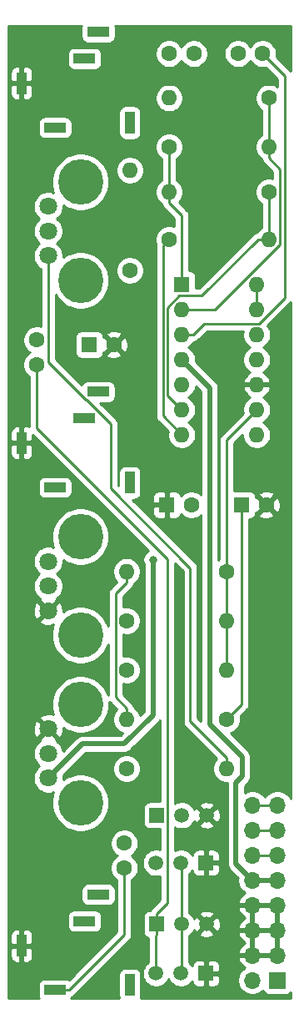
<source format=gbr>
G04 #@! TF.GenerationSoftware,KiCad,Pcbnew,(5.1.5)-3*
G04 #@! TF.CreationDate,2020-08-10T17:18:32-07:00*
G04 #@! TF.ProjectId,Notch_Filter_THT,4e6f7463-685f-4466-996c-7465725f5448,rev?*
G04 #@! TF.SameCoordinates,Original*
G04 #@! TF.FileFunction,Copper,L1,Top*
G04 #@! TF.FilePolarity,Positive*
%FSLAX46Y46*%
G04 Gerber Fmt 4.6, Leading zero omitted, Abs format (unit mm)*
G04 Created by KiCad (PCBNEW (5.1.5)-3) date 2020-08-10 17:18:32*
%MOMM*%
%LPD*%
G04 APERTURE LIST*
%ADD10O,1.600000X1.600000*%
%ADD11C,1.600000*%
%ADD12R,1.600000X1.600000*%
%ADD13R,1.000000X2.200000*%
%ADD14R,2.200000X1.000000*%
%ADD15O,1.700000X1.700000*%
%ADD16R,1.700000X1.700000*%
%ADD17C,1.520000*%
%ADD18R,1.520000X1.520000*%
%ADD19C,1.800000*%
%ADD20C,4.600000*%
%ADD21C,0.800000*%
%ADD22C,0.250000*%
%ADD23C,0.500000*%
%ADD24C,0.254000*%
G04 APERTURE END LIST*
D10*
X17000000Y-8000000D03*
D11*
X27160000Y-8000000D03*
D10*
X25908000Y-26924000D03*
X18288000Y-42164000D03*
X25908000Y-29464000D03*
X18288000Y-39624000D03*
X25908000Y-32004000D03*
X18288000Y-37084000D03*
X25908000Y-34544000D03*
X18288000Y-34544000D03*
X25908000Y-37084000D03*
X18288000Y-32004000D03*
X25908000Y-39624000D03*
X18288000Y-29464000D03*
X25908000Y-42164000D03*
D12*
X18288000Y-26924000D03*
D13*
X2000000Y-94000000D03*
D14*
X5400000Y-98500000D03*
D13*
X13000000Y-98000000D03*
D14*
X8400000Y-91500000D03*
X9800000Y-88800000D03*
D13*
X2000000Y-6500000D03*
D14*
X5400000Y-11000000D03*
D13*
X13000000Y-10500000D03*
D14*
X8400000Y-4000000D03*
X9800000Y-1300000D03*
D15*
X25460000Y-79720000D03*
X28000000Y-79720000D03*
X25460000Y-82260000D03*
X28000000Y-82260000D03*
X25460000Y-84800000D03*
X28000000Y-84800000D03*
X25460000Y-87340000D03*
X28000000Y-87340000D03*
X25460000Y-89880000D03*
X28000000Y-89880000D03*
X25460000Y-92420000D03*
X28000000Y-92420000D03*
X25460000Y-94960000D03*
X28000000Y-94960000D03*
X25460000Y-97500000D03*
D16*
X28000000Y-97500000D03*
D14*
X9800000Y-37800000D03*
X8400000Y-40500000D03*
D13*
X13000000Y-47000000D03*
D14*
X5400000Y-47500000D03*
D13*
X2000000Y-43000000D03*
D17*
X18284000Y-80772000D03*
X20824000Y-80772000D03*
D18*
X15744000Y-80772000D03*
X20744000Y-85598000D03*
D17*
X15664000Y-85598000D03*
X18204000Y-85598000D03*
X18284000Y-91810000D03*
X20824000Y-91810000D03*
D18*
X15744000Y-91810000D03*
X20744000Y-96810000D03*
D17*
X15664000Y-96810000D03*
X18204000Y-96810000D03*
D11*
X19500000Y-3500000D03*
X17000000Y-3500000D03*
X26500000Y-3500000D03*
X24000000Y-3500000D03*
X26884000Y-49276000D03*
D12*
X24384000Y-49276000D03*
D11*
X3556000Y-32552000D03*
X3556000Y-35052000D03*
D12*
X8890000Y-33020000D03*
D11*
X11390000Y-33020000D03*
X19264000Y-49276000D03*
D12*
X16764000Y-49276000D03*
D11*
X12446000Y-83606000D03*
X12446000Y-86106000D03*
D10*
X27160000Y-12954000D03*
D11*
X17000000Y-12954000D03*
D10*
X13000000Y-15340000D03*
D11*
X13000000Y-25500000D03*
X27160000Y-17526000D03*
D10*
X17000000Y-17526000D03*
X12682000Y-71030000D03*
D11*
X22842000Y-71030000D03*
X22842000Y-56030000D03*
D10*
X12682000Y-56030000D03*
D11*
X17000000Y-22352000D03*
D10*
X27160000Y-22352000D03*
D11*
X12682000Y-76030000D03*
D10*
X22842000Y-76030000D03*
X22842000Y-61030000D03*
D11*
X12682000Y-61030000D03*
X12682000Y-66030000D03*
D10*
X22842000Y-66030000D03*
D19*
X4700000Y-24000000D03*
X4700000Y-21500000D03*
X4700000Y-19000000D03*
D20*
X8000000Y-26500000D03*
X8000000Y-16500000D03*
X8000000Y-52500000D03*
X8000000Y-62500000D03*
D19*
X4700000Y-55000000D03*
X4700000Y-57500000D03*
X4700000Y-60000000D03*
D20*
X8000000Y-69500000D03*
X8000000Y-79500000D03*
D19*
X4700000Y-72000000D03*
X4700000Y-74500000D03*
X4700000Y-77000000D03*
D21*
X15356500Y-54827800D03*
D22*
X18288000Y-32004000D02*
X19413300Y-32004000D01*
X26500000Y-3500000D02*
X28752600Y-5752600D01*
X28752600Y-5752600D02*
X28752600Y-28246300D01*
X28752600Y-28246300D02*
X26120200Y-30878700D01*
X26120200Y-30878700D02*
X20538600Y-30878700D01*
X20538600Y-30878700D02*
X19413300Y-32004000D01*
X18284000Y-91810000D02*
X18284000Y-85678000D01*
X18284000Y-85678000D02*
X18204000Y-85598000D01*
X18204000Y-96810000D02*
X18284000Y-96730000D01*
X18284000Y-96730000D02*
X18284000Y-91810000D01*
X24384000Y-49276000D02*
X24384000Y-50401300D01*
X22842000Y-71030000D02*
X24384000Y-69488000D01*
X24384000Y-69488000D02*
X24384000Y-50401300D01*
X15744000Y-91810000D02*
X15744000Y-90724700D01*
X3556000Y-35052000D02*
X3556000Y-41480300D01*
X3556000Y-41480300D02*
X16829300Y-54753600D01*
X16829300Y-54753600D02*
X16829300Y-89639400D01*
X16829300Y-89639400D02*
X15744000Y-90724700D01*
X15744000Y-91810000D02*
X15744000Y-92895300D01*
X15664000Y-96810000D02*
X15664000Y-92975300D01*
X15664000Y-92975300D02*
X15744000Y-92895300D01*
D23*
X28000000Y-87340000D02*
X25460000Y-87340000D01*
X23793500Y-85673500D02*
X23793500Y-77453700D01*
X21131800Y-37387800D02*
X18288000Y-34544000D01*
X21131800Y-71541900D02*
X21131800Y-37387800D01*
X23793500Y-77453700D02*
X24414700Y-76832500D01*
X25460000Y-87340000D02*
X23793500Y-85673500D01*
X24414700Y-76832500D02*
X24414700Y-74824800D01*
X24414700Y-74824800D02*
X21131800Y-71541900D01*
X15356500Y-54827800D02*
X15356500Y-70606100D01*
X15356500Y-70606100D02*
X12432600Y-73530000D01*
X12432600Y-73530000D02*
X8170000Y-73530000D01*
X8170000Y-73530000D02*
X4700000Y-77000000D01*
D22*
X5400000Y-98500000D02*
X6825300Y-98500000D01*
X12446000Y-86106000D02*
X12446000Y-92879300D01*
X12446000Y-92879300D02*
X6825300Y-98500000D01*
X28000000Y-79720000D02*
X25460000Y-79720000D01*
X28000000Y-82260000D02*
X25460000Y-82260000D01*
X28000000Y-84800000D02*
X25460000Y-84800000D01*
X22842000Y-74904700D02*
X19155200Y-71217900D01*
X19155200Y-71217900D02*
X19155200Y-55677200D01*
X19155200Y-55677200D02*
X11040500Y-47562500D01*
X11040500Y-47562500D02*
X11040500Y-41071100D01*
X11040500Y-41071100D02*
X8594800Y-38625400D01*
X8594800Y-38625400D02*
X8512600Y-38625400D01*
X8512600Y-38625400D02*
X4700000Y-34812800D01*
X4700000Y-34812800D02*
X4700000Y-24000000D01*
X22842000Y-76030000D02*
X22842000Y-74904700D01*
X17000000Y-17526000D02*
X17000000Y-18651300D01*
X17000000Y-18651300D02*
X18288000Y-19939300D01*
X18288000Y-19939300D02*
X18288000Y-26924000D01*
X17000000Y-12954000D02*
X17000000Y-17526000D01*
X25908000Y-29464000D02*
X25908000Y-26924000D01*
X27160000Y-12954000D02*
X27160000Y-14079300D01*
X18288000Y-29464000D02*
X21644800Y-29464000D01*
X21644800Y-29464000D02*
X28285300Y-22823500D01*
X28285300Y-22823500D02*
X28285300Y-15204600D01*
X28285300Y-15204600D02*
X27160000Y-14079300D01*
X27160000Y-12954000D02*
X27160000Y-8000000D01*
X27160000Y-22352000D02*
X27160000Y-17526000D01*
X16828100Y-38164100D02*
X18288000Y-39624000D01*
X27160000Y-22352000D02*
X26034700Y-22352000D01*
X20337300Y-28049400D02*
X18045600Y-28049400D01*
X18045600Y-28049400D02*
X16828100Y-29266900D01*
X26034700Y-22352000D02*
X20337300Y-28049400D01*
X16828100Y-29266900D02*
X16828100Y-38164100D01*
X12682000Y-71030000D02*
X12682000Y-69904700D01*
X12682000Y-56030000D02*
X12682000Y-57155300D01*
X12682000Y-57155300D02*
X11556700Y-58280600D01*
X11556700Y-58280600D02*
X11556700Y-68779400D01*
X11556700Y-68779400D02*
X12682000Y-69904700D01*
X22842000Y-61030000D02*
X22842000Y-56030000D01*
X22842000Y-66030000D02*
X22842000Y-61030000D01*
X22842000Y-42690000D02*
X22842000Y-56030000D01*
X25908000Y-39624000D02*
X22842000Y-42690000D01*
X16377800Y-40253800D02*
X18288000Y-42164000D01*
X17000000Y-22352000D02*
X16377800Y-22974200D01*
X16377800Y-22974200D02*
X16377800Y-40253800D01*
D24*
G36*
X8074188Y-675518D02*
G01*
X8061928Y-800000D01*
X8061928Y-1800000D01*
X8074188Y-1924482D01*
X8110498Y-2044180D01*
X8169463Y-2154494D01*
X8248815Y-2251185D01*
X8345506Y-2330537D01*
X8455820Y-2389502D01*
X8575518Y-2425812D01*
X8700000Y-2438072D01*
X10900000Y-2438072D01*
X11024482Y-2425812D01*
X11144180Y-2389502D01*
X11254494Y-2330537D01*
X11351185Y-2251185D01*
X11430537Y-2154494D01*
X11489502Y-2044180D01*
X11525812Y-1924482D01*
X11538072Y-1800000D01*
X11538072Y-800000D01*
X11525812Y-675518D01*
X11521105Y-660000D01*
X29340000Y-660000D01*
X29340000Y-5270354D01*
X29316399Y-5241596D01*
X29316395Y-5241592D01*
X29292601Y-5212599D01*
X29263609Y-5188806D01*
X27898688Y-3823886D01*
X27935000Y-3641335D01*
X27935000Y-3358665D01*
X27879853Y-3081426D01*
X27771680Y-2820273D01*
X27614637Y-2585241D01*
X27414759Y-2385363D01*
X27179727Y-2228320D01*
X26918574Y-2120147D01*
X26641335Y-2065000D01*
X26358665Y-2065000D01*
X26081426Y-2120147D01*
X25820273Y-2228320D01*
X25585241Y-2385363D01*
X25385363Y-2585241D01*
X25250000Y-2787827D01*
X25114637Y-2585241D01*
X24914759Y-2385363D01*
X24679727Y-2228320D01*
X24418574Y-2120147D01*
X24141335Y-2065000D01*
X23858665Y-2065000D01*
X23581426Y-2120147D01*
X23320273Y-2228320D01*
X23085241Y-2385363D01*
X22885363Y-2585241D01*
X22728320Y-2820273D01*
X22620147Y-3081426D01*
X22565000Y-3358665D01*
X22565000Y-3641335D01*
X22620147Y-3918574D01*
X22728320Y-4179727D01*
X22885363Y-4414759D01*
X23085241Y-4614637D01*
X23320273Y-4771680D01*
X23581426Y-4879853D01*
X23858665Y-4935000D01*
X24141335Y-4935000D01*
X24418574Y-4879853D01*
X24679727Y-4771680D01*
X24914759Y-4614637D01*
X25114637Y-4414759D01*
X25250000Y-4212173D01*
X25385363Y-4414759D01*
X25585241Y-4614637D01*
X25820273Y-4771680D01*
X26081426Y-4879853D01*
X26358665Y-4935000D01*
X26641335Y-4935000D01*
X26823886Y-4898688D01*
X27992600Y-6067403D01*
X27992600Y-6830466D01*
X27839727Y-6728320D01*
X27578574Y-6620147D01*
X27301335Y-6565000D01*
X27018665Y-6565000D01*
X26741426Y-6620147D01*
X26480273Y-6728320D01*
X26245241Y-6885363D01*
X26045363Y-7085241D01*
X25888320Y-7320273D01*
X25780147Y-7581426D01*
X25725000Y-7858665D01*
X25725000Y-8141335D01*
X25780147Y-8418574D01*
X25888320Y-8679727D01*
X26045363Y-8914759D01*
X26245241Y-9114637D01*
X26400001Y-9218044D01*
X26400000Y-11735956D01*
X26245241Y-11839363D01*
X26045363Y-12039241D01*
X25888320Y-12274273D01*
X25780147Y-12535426D01*
X25725000Y-12812665D01*
X25725000Y-13095335D01*
X25780147Y-13372574D01*
X25888320Y-13633727D01*
X26045363Y-13868759D01*
X26245241Y-14068637D01*
X26405843Y-14175948D01*
X26410998Y-14228285D01*
X26454454Y-14371546D01*
X26525026Y-14503576D01*
X26596201Y-14590302D01*
X26620000Y-14619301D01*
X26648998Y-14643099D01*
X27525301Y-15519403D01*
X27525301Y-16135550D01*
X27301335Y-16091000D01*
X27018665Y-16091000D01*
X26741426Y-16146147D01*
X26480273Y-16254320D01*
X26245241Y-16411363D01*
X26045363Y-16611241D01*
X25888320Y-16846273D01*
X25780147Y-17107426D01*
X25725000Y-17384665D01*
X25725000Y-17667335D01*
X25780147Y-17944574D01*
X25888320Y-18205727D01*
X26045363Y-18440759D01*
X26245241Y-18640637D01*
X26400001Y-18744044D01*
X26400000Y-21133956D01*
X26245241Y-21237363D01*
X26045363Y-21437241D01*
X25938053Y-21597842D01*
X25885714Y-21602997D01*
X25742453Y-21646454D01*
X25610424Y-21717026D01*
X25494699Y-21811999D01*
X25470901Y-21840997D01*
X20022499Y-27289400D01*
X19726072Y-27289400D01*
X19726072Y-26124000D01*
X19713812Y-25999518D01*
X19677502Y-25879820D01*
X19618537Y-25769506D01*
X19539185Y-25672815D01*
X19442494Y-25593463D01*
X19332180Y-25534498D01*
X19212482Y-25498188D01*
X19088000Y-25485928D01*
X19048000Y-25485928D01*
X19048000Y-19976622D01*
X19051676Y-19939299D01*
X19048000Y-19901976D01*
X19048000Y-19901967D01*
X19037003Y-19790314D01*
X18993546Y-19647053D01*
X18922975Y-19515025D01*
X18922974Y-19515023D01*
X18851799Y-19428297D01*
X18828001Y-19399299D01*
X18799004Y-19375502D01*
X17989449Y-18565947D01*
X18114637Y-18440759D01*
X18271680Y-18205727D01*
X18379853Y-17944574D01*
X18435000Y-17667335D01*
X18435000Y-17384665D01*
X18379853Y-17107426D01*
X18271680Y-16846273D01*
X18114637Y-16611241D01*
X17914759Y-16411363D01*
X17760000Y-16307957D01*
X17760000Y-14172043D01*
X17914759Y-14068637D01*
X18114637Y-13868759D01*
X18271680Y-13633727D01*
X18379853Y-13372574D01*
X18435000Y-13095335D01*
X18435000Y-12812665D01*
X18379853Y-12535426D01*
X18271680Y-12274273D01*
X18114637Y-12039241D01*
X17914759Y-11839363D01*
X17679727Y-11682320D01*
X17418574Y-11574147D01*
X17141335Y-11519000D01*
X16858665Y-11519000D01*
X16581426Y-11574147D01*
X16320273Y-11682320D01*
X16085241Y-11839363D01*
X15885363Y-12039241D01*
X15728320Y-12274273D01*
X15620147Y-12535426D01*
X15565000Y-12812665D01*
X15565000Y-13095335D01*
X15620147Y-13372574D01*
X15728320Y-13633727D01*
X15885363Y-13868759D01*
X16085241Y-14068637D01*
X16240000Y-14172044D01*
X16240001Y-16307956D01*
X16085241Y-16411363D01*
X15885363Y-16611241D01*
X15728320Y-16846273D01*
X15620147Y-17107426D01*
X15565000Y-17384665D01*
X15565000Y-17667335D01*
X15620147Y-17944574D01*
X15728320Y-18205727D01*
X15885363Y-18440759D01*
X16085241Y-18640637D01*
X16245843Y-18747948D01*
X16250998Y-18800285D01*
X16294454Y-18943546D01*
X16365026Y-19075576D01*
X16427077Y-19151184D01*
X16460000Y-19191301D01*
X16488998Y-19215099D01*
X17528000Y-20254102D01*
X17528000Y-21017473D01*
X17418574Y-20972147D01*
X17141335Y-20917000D01*
X16858665Y-20917000D01*
X16581426Y-20972147D01*
X16320273Y-21080320D01*
X16085241Y-21237363D01*
X15885363Y-21437241D01*
X15728320Y-21672273D01*
X15620147Y-21933426D01*
X15565000Y-22210665D01*
X15565000Y-22493335D01*
X15620147Y-22770574D01*
X15634708Y-22805728D01*
X15628797Y-22825215D01*
X15617800Y-22936868D01*
X15617800Y-22936878D01*
X15614124Y-22974200D01*
X15617800Y-23011522D01*
X15617801Y-40216467D01*
X15614124Y-40253800D01*
X15617801Y-40291133D01*
X15625865Y-40373002D01*
X15628798Y-40402785D01*
X15672254Y-40546046D01*
X15742826Y-40678076D01*
X15784619Y-40729000D01*
X15837800Y-40793801D01*
X15866798Y-40817599D01*
X16889312Y-41840114D01*
X16853000Y-42022665D01*
X16853000Y-42305335D01*
X16908147Y-42582574D01*
X17016320Y-42843727D01*
X17173363Y-43078759D01*
X17373241Y-43278637D01*
X17608273Y-43435680D01*
X17869426Y-43543853D01*
X18146665Y-43599000D01*
X18429335Y-43599000D01*
X18706574Y-43543853D01*
X18967727Y-43435680D01*
X19202759Y-43278637D01*
X19402637Y-43078759D01*
X19559680Y-42843727D01*
X19667853Y-42582574D01*
X19723000Y-42305335D01*
X19723000Y-42022665D01*
X19667853Y-41745426D01*
X19559680Y-41484273D01*
X19402637Y-41249241D01*
X19202759Y-41049363D01*
X18970241Y-40894000D01*
X19202759Y-40738637D01*
X19402637Y-40538759D01*
X19559680Y-40303727D01*
X19667853Y-40042574D01*
X19723000Y-39765335D01*
X19723000Y-39482665D01*
X19667853Y-39205426D01*
X19559680Y-38944273D01*
X19402637Y-38709241D01*
X19202759Y-38509363D01*
X18970241Y-38354000D01*
X19202759Y-38198637D01*
X19402637Y-37998759D01*
X19559680Y-37763727D01*
X19667853Y-37502574D01*
X19722130Y-37229709D01*
X20246801Y-37754380D01*
X20246801Y-48229405D01*
X20178759Y-48161363D01*
X19943727Y-48004320D01*
X19682574Y-47896147D01*
X19405335Y-47841000D01*
X19122665Y-47841000D01*
X18845426Y-47896147D01*
X18584273Y-48004320D01*
X18349241Y-48161363D01*
X18182661Y-48327943D01*
X18153502Y-48231820D01*
X18094537Y-48121506D01*
X18015185Y-48024815D01*
X17918494Y-47945463D01*
X17808180Y-47886498D01*
X17688482Y-47850188D01*
X17564000Y-47837928D01*
X17049750Y-47841000D01*
X16891000Y-47999750D01*
X16891000Y-49149000D01*
X16911000Y-49149000D01*
X16911000Y-49403000D01*
X16891000Y-49403000D01*
X16891000Y-50552250D01*
X17049750Y-50711000D01*
X17564000Y-50714072D01*
X17688482Y-50701812D01*
X17808180Y-50665502D01*
X17918494Y-50606537D01*
X18015185Y-50527185D01*
X18094537Y-50430494D01*
X18153502Y-50320180D01*
X18182661Y-50224057D01*
X18349241Y-50390637D01*
X18584273Y-50547680D01*
X18845426Y-50655853D01*
X19122665Y-50711000D01*
X19405335Y-50711000D01*
X19682574Y-50655853D01*
X19943727Y-50547680D01*
X20178759Y-50390637D01*
X20246801Y-50322595D01*
X20246800Y-71234699D01*
X19915200Y-70903099D01*
X19915200Y-55714525D01*
X19918876Y-55677200D01*
X19915200Y-55639875D01*
X19915200Y-55639867D01*
X19904203Y-55528214D01*
X19860746Y-55384953D01*
X19790174Y-55252924D01*
X19695201Y-55137199D01*
X19666203Y-55113401D01*
X14628802Y-50076000D01*
X15325928Y-50076000D01*
X15338188Y-50200482D01*
X15374498Y-50320180D01*
X15433463Y-50430494D01*
X15512815Y-50527185D01*
X15609506Y-50606537D01*
X15719820Y-50665502D01*
X15839518Y-50701812D01*
X15964000Y-50714072D01*
X16478250Y-50711000D01*
X16637000Y-50552250D01*
X16637000Y-49403000D01*
X15487750Y-49403000D01*
X15329000Y-49561750D01*
X15325928Y-50076000D01*
X14628802Y-50076000D01*
X13290873Y-48738072D01*
X13500000Y-48738072D01*
X13624482Y-48725812D01*
X13744180Y-48689502D01*
X13854494Y-48630537D01*
X13951185Y-48551185D01*
X14012887Y-48476000D01*
X15325928Y-48476000D01*
X15329000Y-48990250D01*
X15487750Y-49149000D01*
X16637000Y-49149000D01*
X16637000Y-47999750D01*
X16478250Y-47841000D01*
X15964000Y-47837928D01*
X15839518Y-47850188D01*
X15719820Y-47886498D01*
X15609506Y-47945463D01*
X15512815Y-48024815D01*
X15433463Y-48121506D01*
X15374498Y-48231820D01*
X15338188Y-48351518D01*
X15325928Y-48476000D01*
X14012887Y-48476000D01*
X14030537Y-48454494D01*
X14089502Y-48344180D01*
X14125812Y-48224482D01*
X14138072Y-48100000D01*
X14138072Y-45900000D01*
X14125812Y-45775518D01*
X14089502Y-45655820D01*
X14030537Y-45545506D01*
X13951185Y-45448815D01*
X13854494Y-45369463D01*
X13744180Y-45310498D01*
X13624482Y-45274188D01*
X13500000Y-45261928D01*
X12500000Y-45261928D01*
X12375518Y-45274188D01*
X12255820Y-45310498D01*
X12145506Y-45369463D01*
X12048815Y-45448815D01*
X11969463Y-45545506D01*
X11910498Y-45655820D01*
X11874188Y-45775518D01*
X11861928Y-45900000D01*
X11861928Y-47309127D01*
X11800500Y-47247699D01*
X11800500Y-41108422D01*
X11804176Y-41071099D01*
X11800500Y-41033776D01*
X11800500Y-41033767D01*
X11789503Y-40922114D01*
X11746046Y-40778853D01*
X11743855Y-40774754D01*
X11675474Y-40646823D01*
X11604299Y-40560097D01*
X11580501Y-40531099D01*
X11551503Y-40507301D01*
X9982273Y-38938072D01*
X10900000Y-38938072D01*
X11024482Y-38925812D01*
X11144180Y-38889502D01*
X11254494Y-38830537D01*
X11351185Y-38751185D01*
X11430537Y-38654494D01*
X11489502Y-38544180D01*
X11525812Y-38424482D01*
X11538072Y-38300000D01*
X11538072Y-37300000D01*
X11525812Y-37175518D01*
X11489502Y-37055820D01*
X11430537Y-36945506D01*
X11351185Y-36848815D01*
X11254494Y-36769463D01*
X11144180Y-36710498D01*
X11024482Y-36674188D01*
X10900000Y-36661928D01*
X8700000Y-36661928D01*
X8575518Y-36674188D01*
X8455820Y-36710498D01*
X8345506Y-36769463D01*
X8248815Y-36848815D01*
X8169463Y-36945506D01*
X8110498Y-37055820D01*
X8088928Y-37126926D01*
X5460000Y-34497999D01*
X5460000Y-32220000D01*
X7451928Y-32220000D01*
X7451928Y-33820000D01*
X7464188Y-33944482D01*
X7500498Y-34064180D01*
X7559463Y-34174494D01*
X7638815Y-34271185D01*
X7735506Y-34350537D01*
X7845820Y-34409502D01*
X7965518Y-34445812D01*
X8090000Y-34458072D01*
X9690000Y-34458072D01*
X9814482Y-34445812D01*
X9934180Y-34409502D01*
X10044494Y-34350537D01*
X10141185Y-34271185D01*
X10220537Y-34174494D01*
X10279502Y-34064180D01*
X10295117Y-34012702D01*
X10576903Y-34012702D01*
X10648486Y-34256671D01*
X10903996Y-34377571D01*
X11178184Y-34446300D01*
X11460512Y-34460217D01*
X11740130Y-34418787D01*
X12006292Y-34323603D01*
X12131514Y-34256671D01*
X12203097Y-34012702D01*
X11390000Y-33199605D01*
X10576903Y-34012702D01*
X10295117Y-34012702D01*
X10315812Y-33944482D01*
X10328072Y-33820000D01*
X10328072Y-33812785D01*
X10397298Y-33833097D01*
X11210395Y-33020000D01*
X11569605Y-33020000D01*
X12382702Y-33833097D01*
X12626671Y-33761514D01*
X12747571Y-33506004D01*
X12816300Y-33231816D01*
X12830217Y-32949488D01*
X12788787Y-32669870D01*
X12693603Y-32403708D01*
X12626671Y-32278486D01*
X12382702Y-32206903D01*
X11569605Y-33020000D01*
X11210395Y-33020000D01*
X10397298Y-32206903D01*
X10328072Y-32227215D01*
X10328072Y-32220000D01*
X10315812Y-32095518D01*
X10295118Y-32027298D01*
X10576903Y-32027298D01*
X11390000Y-32840395D01*
X12203097Y-32027298D01*
X12131514Y-31783329D01*
X11876004Y-31662429D01*
X11601816Y-31593700D01*
X11319488Y-31579783D01*
X11039870Y-31621213D01*
X10773708Y-31716397D01*
X10648486Y-31783329D01*
X10576903Y-32027298D01*
X10295118Y-32027298D01*
X10279502Y-31975820D01*
X10220537Y-31865506D01*
X10141185Y-31768815D01*
X10044494Y-31689463D01*
X9934180Y-31630498D01*
X9814482Y-31594188D01*
X9690000Y-31581928D01*
X8090000Y-31581928D01*
X7965518Y-31594188D01*
X7845820Y-31630498D01*
X7735506Y-31689463D01*
X7638815Y-31768815D01*
X7559463Y-31865506D01*
X7500498Y-31975820D01*
X7464188Y-32095518D01*
X7451928Y-32220000D01*
X5460000Y-32220000D01*
X5460000Y-27981481D01*
X5720237Y-28370953D01*
X6129047Y-28779763D01*
X6609756Y-29100963D01*
X7143892Y-29322209D01*
X7710928Y-29435000D01*
X8289072Y-29435000D01*
X8856108Y-29322209D01*
X9390244Y-29100963D01*
X9870953Y-28779763D01*
X10279763Y-28370953D01*
X10600963Y-27890244D01*
X10822209Y-27356108D01*
X10935000Y-26789072D01*
X10935000Y-26210928D01*
X10822209Y-25643892D01*
X10704065Y-25358665D01*
X11565000Y-25358665D01*
X11565000Y-25641335D01*
X11620147Y-25918574D01*
X11728320Y-26179727D01*
X11885363Y-26414759D01*
X12085241Y-26614637D01*
X12320273Y-26771680D01*
X12581426Y-26879853D01*
X12858665Y-26935000D01*
X13141335Y-26935000D01*
X13418574Y-26879853D01*
X13679727Y-26771680D01*
X13914759Y-26614637D01*
X14114637Y-26414759D01*
X14271680Y-26179727D01*
X14379853Y-25918574D01*
X14435000Y-25641335D01*
X14435000Y-25358665D01*
X14379853Y-25081426D01*
X14271680Y-24820273D01*
X14114637Y-24585241D01*
X13914759Y-24385363D01*
X13679727Y-24228320D01*
X13418574Y-24120147D01*
X13141335Y-24065000D01*
X12858665Y-24065000D01*
X12581426Y-24120147D01*
X12320273Y-24228320D01*
X12085241Y-24385363D01*
X11885363Y-24585241D01*
X11728320Y-24820273D01*
X11620147Y-25081426D01*
X11565000Y-25358665D01*
X10704065Y-25358665D01*
X10600963Y-25109756D01*
X10279763Y-24629047D01*
X9870953Y-24220237D01*
X9390244Y-23899037D01*
X8856108Y-23677791D01*
X8289072Y-23565000D01*
X7710928Y-23565000D01*
X7143892Y-23677791D01*
X6609756Y-23899037D01*
X6235000Y-24149441D01*
X6235000Y-23848816D01*
X6176011Y-23552257D01*
X6060299Y-23272905D01*
X5892312Y-23021495D01*
X5678505Y-22807688D01*
X5592169Y-22750000D01*
X5678505Y-22692312D01*
X5892312Y-22478505D01*
X6060299Y-22227095D01*
X6176011Y-21947743D01*
X6235000Y-21651184D01*
X6235000Y-21348816D01*
X6176011Y-21052257D01*
X6060299Y-20772905D01*
X5892312Y-20521495D01*
X5678505Y-20307688D01*
X5592169Y-20250000D01*
X5678505Y-20192312D01*
X5892312Y-19978505D01*
X6060299Y-19727095D01*
X6176011Y-19447743D01*
X6235000Y-19151184D01*
X6235000Y-18850559D01*
X6609756Y-19100963D01*
X7143892Y-19322209D01*
X7710928Y-19435000D01*
X8289072Y-19435000D01*
X8856108Y-19322209D01*
X9390244Y-19100963D01*
X9870953Y-18779763D01*
X10279763Y-18370953D01*
X10600963Y-17890244D01*
X10822209Y-17356108D01*
X10935000Y-16789072D01*
X10935000Y-16210928D01*
X10822209Y-15643892D01*
X10637791Y-15198665D01*
X11565000Y-15198665D01*
X11565000Y-15481335D01*
X11620147Y-15758574D01*
X11728320Y-16019727D01*
X11885363Y-16254759D01*
X12085241Y-16454637D01*
X12320273Y-16611680D01*
X12581426Y-16719853D01*
X12858665Y-16775000D01*
X13141335Y-16775000D01*
X13418574Y-16719853D01*
X13679727Y-16611680D01*
X13914759Y-16454637D01*
X14114637Y-16254759D01*
X14271680Y-16019727D01*
X14379853Y-15758574D01*
X14435000Y-15481335D01*
X14435000Y-15198665D01*
X14379853Y-14921426D01*
X14271680Y-14660273D01*
X14114637Y-14425241D01*
X13914759Y-14225363D01*
X13679727Y-14068320D01*
X13418574Y-13960147D01*
X13141335Y-13905000D01*
X12858665Y-13905000D01*
X12581426Y-13960147D01*
X12320273Y-14068320D01*
X12085241Y-14225363D01*
X11885363Y-14425241D01*
X11728320Y-14660273D01*
X11620147Y-14921426D01*
X11565000Y-15198665D01*
X10637791Y-15198665D01*
X10600963Y-15109756D01*
X10279763Y-14629047D01*
X9870953Y-14220237D01*
X9390244Y-13899037D01*
X8856108Y-13677791D01*
X8289072Y-13565000D01*
X7710928Y-13565000D01*
X7143892Y-13677791D01*
X6609756Y-13899037D01*
X6129047Y-14220237D01*
X5720237Y-14629047D01*
X5399037Y-15109756D01*
X5177791Y-15643892D01*
X5065000Y-16210928D01*
X5065000Y-16789072D01*
X5177791Y-17356108D01*
X5267955Y-17573783D01*
X5147743Y-17523989D01*
X4851184Y-17465000D01*
X4548816Y-17465000D01*
X4252257Y-17523989D01*
X3972905Y-17639701D01*
X3721495Y-17807688D01*
X3507688Y-18021495D01*
X3339701Y-18272905D01*
X3223989Y-18552257D01*
X3165000Y-18848816D01*
X3165000Y-19151184D01*
X3223989Y-19447743D01*
X3339701Y-19727095D01*
X3507688Y-19978505D01*
X3721495Y-20192312D01*
X3807831Y-20250000D01*
X3721495Y-20307688D01*
X3507688Y-20521495D01*
X3339701Y-20772905D01*
X3223989Y-21052257D01*
X3165000Y-21348816D01*
X3165000Y-21651184D01*
X3223989Y-21947743D01*
X3339701Y-22227095D01*
X3507688Y-22478505D01*
X3721495Y-22692312D01*
X3807831Y-22750000D01*
X3721495Y-22807688D01*
X3507688Y-23021495D01*
X3339701Y-23272905D01*
X3223989Y-23552257D01*
X3165000Y-23848816D01*
X3165000Y-24151184D01*
X3223989Y-24447743D01*
X3339701Y-24727095D01*
X3507688Y-24978505D01*
X3721495Y-25192312D01*
X3940001Y-25338313D01*
X3940000Y-31165270D01*
X3697335Y-31117000D01*
X3414665Y-31117000D01*
X3137426Y-31172147D01*
X2876273Y-31280320D01*
X2641241Y-31437363D01*
X2441363Y-31637241D01*
X2284320Y-31872273D01*
X2176147Y-32133426D01*
X2121000Y-32410665D01*
X2121000Y-32693335D01*
X2176147Y-32970574D01*
X2284320Y-33231727D01*
X2441363Y-33466759D01*
X2641241Y-33666637D01*
X2843827Y-33802000D01*
X2641241Y-33937363D01*
X2441363Y-34137241D01*
X2284320Y-34372273D01*
X2176147Y-34633426D01*
X2121000Y-34910665D01*
X2121000Y-35193335D01*
X2176147Y-35470574D01*
X2284320Y-35731727D01*
X2441363Y-35966759D01*
X2641241Y-36166637D01*
X2796000Y-36270044D01*
X2796001Y-41338197D01*
X2744180Y-41310498D01*
X2624482Y-41274188D01*
X2500000Y-41261928D01*
X2285750Y-41265000D01*
X2127000Y-41423750D01*
X2127000Y-42873000D01*
X2976250Y-42873000D01*
X3135000Y-42714250D01*
X3137181Y-42136282D01*
X14898240Y-53897342D01*
X14866244Y-53910595D01*
X14696726Y-54023863D01*
X14552563Y-54168026D01*
X14439295Y-54337544D01*
X14361274Y-54525902D01*
X14321500Y-54725861D01*
X14321500Y-54929739D01*
X14361274Y-55129698D01*
X14439295Y-55318056D01*
X14471500Y-55366254D01*
X14471501Y-70239520D01*
X14068115Y-70642906D01*
X14061853Y-70611426D01*
X13953680Y-70350273D01*
X13796637Y-70115241D01*
X13596759Y-69915363D01*
X13436158Y-69808053D01*
X13431003Y-69755714D01*
X13387546Y-69612453D01*
X13316974Y-69480424D01*
X13245799Y-69393697D01*
X13222001Y-69364699D01*
X13193003Y-69340901D01*
X12316700Y-68464599D01*
X12316700Y-67420450D01*
X12540665Y-67465000D01*
X12823335Y-67465000D01*
X13100574Y-67409853D01*
X13361727Y-67301680D01*
X13596759Y-67144637D01*
X13796637Y-66944759D01*
X13953680Y-66709727D01*
X14061853Y-66448574D01*
X14117000Y-66171335D01*
X14117000Y-65888665D01*
X14061853Y-65611426D01*
X13953680Y-65350273D01*
X13796637Y-65115241D01*
X13596759Y-64915363D01*
X13361727Y-64758320D01*
X13100574Y-64650147D01*
X12823335Y-64595000D01*
X12540665Y-64595000D01*
X12316700Y-64639550D01*
X12316700Y-62420450D01*
X12540665Y-62465000D01*
X12823335Y-62465000D01*
X13100574Y-62409853D01*
X13361727Y-62301680D01*
X13596759Y-62144637D01*
X13796637Y-61944759D01*
X13953680Y-61709727D01*
X14061853Y-61448574D01*
X14117000Y-61171335D01*
X14117000Y-60888665D01*
X14061853Y-60611426D01*
X13953680Y-60350273D01*
X13796637Y-60115241D01*
X13596759Y-59915363D01*
X13361727Y-59758320D01*
X13100574Y-59650147D01*
X12823335Y-59595000D01*
X12540665Y-59595000D01*
X12316700Y-59639550D01*
X12316700Y-58595401D01*
X13193003Y-57719099D01*
X13222001Y-57695301D01*
X13316974Y-57579576D01*
X13387546Y-57447547D01*
X13431003Y-57304286D01*
X13436158Y-57251947D01*
X13596759Y-57144637D01*
X13796637Y-56944759D01*
X13953680Y-56709727D01*
X14061853Y-56448574D01*
X14117000Y-56171335D01*
X14117000Y-55888665D01*
X14061853Y-55611426D01*
X13953680Y-55350273D01*
X13796637Y-55115241D01*
X13596759Y-54915363D01*
X13361727Y-54758320D01*
X13100574Y-54650147D01*
X12823335Y-54595000D01*
X12540665Y-54595000D01*
X12263426Y-54650147D01*
X12002273Y-54758320D01*
X11767241Y-54915363D01*
X11567363Y-55115241D01*
X11410320Y-55350273D01*
X11302147Y-55611426D01*
X11247000Y-55888665D01*
X11247000Y-56171335D01*
X11302147Y-56448574D01*
X11410320Y-56709727D01*
X11567363Y-56944759D01*
X11692551Y-57069947D01*
X11045702Y-57716796D01*
X11016699Y-57740599D01*
X10975932Y-57790274D01*
X10921726Y-57856324D01*
X10919309Y-57860846D01*
X10851154Y-57988354D01*
X10807697Y-58131615D01*
X10796700Y-58243268D01*
X10796700Y-58243278D01*
X10793024Y-58280600D01*
X10796700Y-58317922D01*
X10796700Y-61582308D01*
X10600963Y-61109756D01*
X10279763Y-60629047D01*
X9870953Y-60220237D01*
X9390244Y-59899037D01*
X8856108Y-59677791D01*
X8289072Y-59565000D01*
X7710928Y-59565000D01*
X7143892Y-59677791D01*
X6609756Y-59899037D01*
X6228871Y-60153537D01*
X6240991Y-59933447D01*
X6198397Y-59634093D01*
X6098222Y-59348801D01*
X6018261Y-59199208D01*
X5764080Y-59115525D01*
X4879605Y-60000000D01*
X4893748Y-60014143D01*
X4714143Y-60193748D01*
X4700000Y-60179605D01*
X3815525Y-61064080D01*
X3899208Y-61318261D01*
X4171775Y-61449158D01*
X4464642Y-61524365D01*
X4766553Y-61540991D01*
X5065907Y-61498397D01*
X5267356Y-61427662D01*
X5177791Y-61643892D01*
X5065000Y-62210928D01*
X5065000Y-62789072D01*
X5177791Y-63356108D01*
X5399037Y-63890244D01*
X5720237Y-64370953D01*
X6129047Y-64779763D01*
X6609756Y-65100963D01*
X7143892Y-65322209D01*
X7710928Y-65435000D01*
X8289072Y-65435000D01*
X8856108Y-65322209D01*
X9390244Y-65100963D01*
X9870953Y-64779763D01*
X10279763Y-64370953D01*
X10600963Y-63890244D01*
X10796700Y-63417691D01*
X10796701Y-68582310D01*
X10600963Y-68109756D01*
X10279763Y-67629047D01*
X9870953Y-67220237D01*
X9390244Y-66899037D01*
X8856108Y-66677791D01*
X8289072Y-66565000D01*
X7710928Y-66565000D01*
X7143892Y-66677791D01*
X6609756Y-66899037D01*
X6129047Y-67220237D01*
X5720237Y-67629047D01*
X5399037Y-68109756D01*
X5177791Y-68643892D01*
X5065000Y-69210928D01*
X5065000Y-69789072D01*
X5177791Y-70356108D01*
X5265958Y-70568963D01*
X5228225Y-70550842D01*
X4935358Y-70475635D01*
X4633447Y-70459009D01*
X4334093Y-70501603D01*
X4048801Y-70601778D01*
X3899208Y-70681739D01*
X3815525Y-70935920D01*
X4700000Y-71820395D01*
X4714143Y-71806253D01*
X4893748Y-71985858D01*
X4879605Y-72000000D01*
X5764080Y-72884475D01*
X6018261Y-72800792D01*
X6149158Y-72528225D01*
X6224365Y-72235358D01*
X6240991Y-71933447D01*
X6228587Y-71846274D01*
X6609756Y-72100963D01*
X7143892Y-72322209D01*
X7710928Y-72435000D01*
X8289072Y-72435000D01*
X8856108Y-72322209D01*
X9390244Y-72100963D01*
X9870953Y-71779763D01*
X10279763Y-71370953D01*
X10600963Y-70890244D01*
X10822209Y-70356108D01*
X10935000Y-69789072D01*
X10935000Y-69219850D01*
X10992901Y-69290402D01*
X11016700Y-69319401D01*
X11045698Y-69343199D01*
X11692551Y-69990053D01*
X11567363Y-70115241D01*
X11410320Y-70350273D01*
X11302147Y-70611426D01*
X11247000Y-70888665D01*
X11247000Y-71171335D01*
X11302147Y-71448574D01*
X11410320Y-71709727D01*
X11567363Y-71944759D01*
X11767241Y-72144637D01*
X12002273Y-72301680D01*
X12263426Y-72409853D01*
X12294907Y-72416115D01*
X12066022Y-72645000D01*
X8213466Y-72645000D01*
X8169999Y-72640719D01*
X8126533Y-72645000D01*
X8126523Y-72645000D01*
X7996510Y-72657805D01*
X7829687Y-72708411D01*
X7675941Y-72790589D01*
X7675939Y-72790590D01*
X7675940Y-72790590D01*
X7574953Y-72873468D01*
X7574951Y-72873470D01*
X7541183Y-72901183D01*
X7513470Y-72934951D01*
X6212537Y-74235885D01*
X6176011Y-74052257D01*
X6060299Y-73772905D01*
X5892312Y-73521495D01*
X5678505Y-73307688D01*
X5535690Y-73212262D01*
X5584475Y-73064080D01*
X4700000Y-72179605D01*
X3815525Y-73064080D01*
X3864310Y-73212262D01*
X3721495Y-73307688D01*
X3507688Y-73521495D01*
X3339701Y-73772905D01*
X3223989Y-74052257D01*
X3165000Y-74348816D01*
X3165000Y-74651184D01*
X3223989Y-74947743D01*
X3339701Y-75227095D01*
X3507688Y-75478505D01*
X3721495Y-75692312D01*
X3807831Y-75750000D01*
X3721495Y-75807688D01*
X3507688Y-76021495D01*
X3339701Y-76272905D01*
X3223989Y-76552257D01*
X3165000Y-76848816D01*
X3165000Y-77151184D01*
X3223989Y-77447743D01*
X3339701Y-77727095D01*
X3507688Y-77978505D01*
X3721495Y-78192312D01*
X3972905Y-78360299D01*
X4252257Y-78476011D01*
X4548816Y-78535000D01*
X4851184Y-78535000D01*
X5147743Y-78476011D01*
X5267955Y-78426217D01*
X5177791Y-78643892D01*
X5065000Y-79210928D01*
X5065000Y-79789072D01*
X5177791Y-80356108D01*
X5399037Y-80890244D01*
X5720237Y-81370953D01*
X6129047Y-81779763D01*
X6609756Y-82100963D01*
X7143892Y-82322209D01*
X7710928Y-82435000D01*
X8289072Y-82435000D01*
X8856108Y-82322209D01*
X9390244Y-82100963D01*
X9870953Y-81779763D01*
X10279763Y-81370953D01*
X10600963Y-80890244D01*
X10822209Y-80356108D01*
X10935000Y-79789072D01*
X10935000Y-79210928D01*
X10822209Y-78643892D01*
X10600963Y-78109756D01*
X10279763Y-77629047D01*
X9870953Y-77220237D01*
X9390244Y-76899037D01*
X8856108Y-76677791D01*
X8289072Y-76565000D01*
X7710928Y-76565000D01*
X7143892Y-76677791D01*
X6609756Y-76899037D01*
X6235000Y-77149441D01*
X6235000Y-76848816D01*
X6213060Y-76738518D01*
X7062913Y-75888665D01*
X11247000Y-75888665D01*
X11247000Y-76171335D01*
X11302147Y-76448574D01*
X11410320Y-76709727D01*
X11567363Y-76944759D01*
X11767241Y-77144637D01*
X12002273Y-77301680D01*
X12263426Y-77409853D01*
X12540665Y-77465000D01*
X12823335Y-77465000D01*
X13100574Y-77409853D01*
X13361727Y-77301680D01*
X13596759Y-77144637D01*
X13796637Y-76944759D01*
X13953680Y-76709727D01*
X14061853Y-76448574D01*
X14117000Y-76171335D01*
X14117000Y-75888665D01*
X14061853Y-75611426D01*
X13953680Y-75350273D01*
X13796637Y-75115241D01*
X13596759Y-74915363D01*
X13361727Y-74758320D01*
X13100574Y-74650147D01*
X12823335Y-74595000D01*
X12540665Y-74595000D01*
X12263426Y-74650147D01*
X12002273Y-74758320D01*
X11767241Y-74915363D01*
X11567363Y-75115241D01*
X11410320Y-75350273D01*
X11302147Y-75611426D01*
X11247000Y-75888665D01*
X7062913Y-75888665D01*
X8536579Y-74415000D01*
X12389131Y-74415000D01*
X12432600Y-74419281D01*
X12476069Y-74415000D01*
X12476077Y-74415000D01*
X12606090Y-74402195D01*
X12772913Y-74351589D01*
X12926659Y-74269411D01*
X13061417Y-74158817D01*
X13089134Y-74125044D01*
X15951549Y-71262630D01*
X15985317Y-71234917D01*
X16069300Y-71132584D01*
X16069301Y-79373928D01*
X14984000Y-79373928D01*
X14859518Y-79386188D01*
X14739820Y-79422498D01*
X14629506Y-79481463D01*
X14532815Y-79560815D01*
X14453463Y-79657506D01*
X14394498Y-79767820D01*
X14358188Y-79887518D01*
X14345928Y-80012000D01*
X14345928Y-81532000D01*
X14358188Y-81656482D01*
X14394498Y-81776180D01*
X14453463Y-81886494D01*
X14532815Y-81983185D01*
X14629506Y-82062537D01*
X14739820Y-82121502D01*
X14859518Y-82157812D01*
X14984000Y-82170072D01*
X16069301Y-82170072D01*
X16069301Y-84256290D01*
X15801396Y-84203000D01*
X15526604Y-84203000D01*
X15257093Y-84256609D01*
X15003220Y-84361767D01*
X14774739Y-84514433D01*
X14580433Y-84708739D01*
X14427767Y-84937220D01*
X14322609Y-85191093D01*
X14269000Y-85460604D01*
X14269000Y-85735396D01*
X14322609Y-86004907D01*
X14427767Y-86258780D01*
X14580433Y-86487261D01*
X14774739Y-86681567D01*
X15003220Y-86834233D01*
X15257093Y-86939391D01*
X15526604Y-86993000D01*
X15801396Y-86993000D01*
X16069301Y-86939710D01*
X16069301Y-89324597D01*
X15232998Y-90160901D01*
X15204000Y-90184699D01*
X15180202Y-90213697D01*
X15180201Y-90213698D01*
X15109026Y-90300424D01*
X15049425Y-90411928D01*
X14984000Y-90411928D01*
X14859518Y-90424188D01*
X14739820Y-90460498D01*
X14629506Y-90519463D01*
X14532815Y-90598815D01*
X14453463Y-90695506D01*
X14394498Y-90805820D01*
X14358188Y-90925518D01*
X14345928Y-91050000D01*
X14345928Y-92570000D01*
X14358188Y-92694482D01*
X14394498Y-92814180D01*
X14453463Y-92924494D01*
X14532815Y-93021185D01*
X14629506Y-93100537D01*
X14739820Y-93159502D01*
X14859518Y-93195812D01*
X14904001Y-93200193D01*
X14904000Y-95640063D01*
X14774739Y-95726433D01*
X14580433Y-95920739D01*
X14427767Y-96149220D01*
X14322609Y-96403093D01*
X14269000Y-96672604D01*
X14269000Y-96947396D01*
X14322609Y-97216907D01*
X14427767Y-97470780D01*
X14580433Y-97699261D01*
X14774739Y-97893567D01*
X15003220Y-98046233D01*
X15257093Y-98151391D01*
X15526604Y-98205000D01*
X15801396Y-98205000D01*
X16070907Y-98151391D01*
X16324780Y-98046233D01*
X16553261Y-97893567D01*
X16747567Y-97699261D01*
X16900233Y-97470780D01*
X16934000Y-97389260D01*
X16967767Y-97470780D01*
X17120433Y-97699261D01*
X17314739Y-97893567D01*
X17543220Y-98046233D01*
X17797093Y-98151391D01*
X18066604Y-98205000D01*
X18341396Y-98205000D01*
X18610907Y-98151391D01*
X18864780Y-98046233D01*
X19093261Y-97893567D01*
X19287567Y-97699261D01*
X19349526Y-97606533D01*
X19358188Y-97694482D01*
X19394498Y-97814180D01*
X19453463Y-97924494D01*
X19532815Y-98021185D01*
X19629506Y-98100537D01*
X19739820Y-98159502D01*
X19859518Y-98195812D01*
X19984000Y-98208072D01*
X20458250Y-98205000D01*
X20617000Y-98046250D01*
X20617000Y-96937000D01*
X20871000Y-96937000D01*
X20871000Y-98046250D01*
X21029750Y-98205000D01*
X21504000Y-98208072D01*
X21628482Y-98195812D01*
X21748180Y-98159502D01*
X21858494Y-98100537D01*
X21955185Y-98021185D01*
X22034537Y-97924494D01*
X22093502Y-97814180D01*
X22129812Y-97694482D01*
X22142072Y-97570000D01*
X22139000Y-97095750D01*
X21980250Y-96937000D01*
X20871000Y-96937000D01*
X20617000Y-96937000D01*
X20597000Y-96937000D01*
X20597000Y-96683000D01*
X20617000Y-96683000D01*
X20617000Y-95573750D01*
X20871000Y-95573750D01*
X20871000Y-96683000D01*
X21980250Y-96683000D01*
X22139000Y-96524250D01*
X22142072Y-96050000D01*
X22129812Y-95925518D01*
X22093502Y-95805820D01*
X22034537Y-95695506D01*
X21955185Y-95598815D01*
X21858494Y-95519463D01*
X21748180Y-95460498D01*
X21628482Y-95424188D01*
X21504000Y-95411928D01*
X21029750Y-95415000D01*
X20871000Y-95573750D01*
X20617000Y-95573750D01*
X20458250Y-95415000D01*
X19984000Y-95411928D01*
X19859518Y-95424188D01*
X19739820Y-95460498D01*
X19629506Y-95519463D01*
X19532815Y-95598815D01*
X19453463Y-95695506D01*
X19394498Y-95805820D01*
X19358188Y-95925518D01*
X19349526Y-96013467D01*
X19287567Y-95920739D01*
X19093261Y-95726433D01*
X19044000Y-95693518D01*
X19044000Y-92979936D01*
X19173261Y-92893567D01*
X19292691Y-92774137D01*
X20039469Y-92774137D01*
X20106206Y-93014025D01*
X20354892Y-93130924D01*
X20621606Y-93197061D01*
X20896097Y-93209895D01*
X21167817Y-93168931D01*
X21426326Y-93075744D01*
X21541794Y-93014025D01*
X21607765Y-92776890D01*
X24018524Y-92776890D01*
X24063175Y-92924099D01*
X24188359Y-93186920D01*
X24362412Y-93420269D01*
X24578645Y-93615178D01*
X24704255Y-93690000D01*
X24578645Y-93764822D01*
X24362412Y-93959731D01*
X24188359Y-94193080D01*
X24063175Y-94455901D01*
X24018524Y-94603110D01*
X24139845Y-94833000D01*
X25333000Y-94833000D01*
X25333000Y-92547000D01*
X25587000Y-92547000D01*
X25587000Y-94833000D01*
X27873000Y-94833000D01*
X27873000Y-92547000D01*
X25587000Y-92547000D01*
X25333000Y-92547000D01*
X24139845Y-92547000D01*
X24018524Y-92776890D01*
X21607765Y-92776890D01*
X21608531Y-92774137D01*
X20824000Y-91989605D01*
X20039469Y-92774137D01*
X19292691Y-92774137D01*
X19367567Y-92699261D01*
X19520233Y-92470780D01*
X19551830Y-92394499D01*
X19558256Y-92412326D01*
X19619975Y-92527794D01*
X19859863Y-92594531D01*
X20644395Y-91810000D01*
X21003605Y-91810000D01*
X21788137Y-92594531D01*
X22028025Y-92527794D01*
X22144924Y-92279108D01*
X22211061Y-92012394D01*
X22223895Y-91737903D01*
X22182931Y-91466183D01*
X22089744Y-91207674D01*
X22028025Y-91092206D01*
X21788137Y-91025469D01*
X21003605Y-91810000D01*
X20644395Y-91810000D01*
X19859863Y-91025469D01*
X19619975Y-91092206D01*
X19554400Y-91231707D01*
X19520233Y-91149220D01*
X19367567Y-90920739D01*
X19292691Y-90845863D01*
X20039469Y-90845863D01*
X20824000Y-91630395D01*
X21608531Y-90845863D01*
X21541794Y-90605975D01*
X21293108Y-90489076D01*
X21026394Y-90422939D01*
X20751903Y-90410105D01*
X20480183Y-90451069D01*
X20221674Y-90544256D01*
X20106206Y-90605975D01*
X20039469Y-90845863D01*
X19292691Y-90845863D01*
X19173261Y-90726433D01*
X19044000Y-90640064D01*
X19044000Y-90236890D01*
X24018524Y-90236890D01*
X24063175Y-90384099D01*
X24188359Y-90646920D01*
X24362412Y-90880269D01*
X24578645Y-91075178D01*
X24704255Y-91150000D01*
X24578645Y-91224822D01*
X24362412Y-91419731D01*
X24188359Y-91653080D01*
X24063175Y-91915901D01*
X24018524Y-92063110D01*
X24139845Y-92293000D01*
X25333000Y-92293000D01*
X25333000Y-90007000D01*
X25587000Y-90007000D01*
X25587000Y-92293000D01*
X27873000Y-92293000D01*
X27873000Y-90007000D01*
X25587000Y-90007000D01*
X25333000Y-90007000D01*
X24139845Y-90007000D01*
X24018524Y-90236890D01*
X19044000Y-90236890D01*
X19044000Y-86714482D01*
X19093261Y-86681567D01*
X19287567Y-86487261D01*
X19349526Y-86394533D01*
X19358188Y-86482482D01*
X19394498Y-86602180D01*
X19453463Y-86712494D01*
X19532815Y-86809185D01*
X19629506Y-86888537D01*
X19739820Y-86947502D01*
X19859518Y-86983812D01*
X19984000Y-86996072D01*
X20458250Y-86993000D01*
X20617000Y-86834250D01*
X20617000Y-85725000D01*
X20871000Y-85725000D01*
X20871000Y-86834250D01*
X21029750Y-86993000D01*
X21504000Y-86996072D01*
X21628482Y-86983812D01*
X21748180Y-86947502D01*
X21858494Y-86888537D01*
X21955185Y-86809185D01*
X22034537Y-86712494D01*
X22093502Y-86602180D01*
X22129812Y-86482482D01*
X22142072Y-86358000D01*
X22139000Y-85883750D01*
X21980250Y-85725000D01*
X20871000Y-85725000D01*
X20617000Y-85725000D01*
X20597000Y-85725000D01*
X20597000Y-85471000D01*
X20617000Y-85471000D01*
X20617000Y-84361750D01*
X20871000Y-84361750D01*
X20871000Y-85471000D01*
X21980250Y-85471000D01*
X22139000Y-85312250D01*
X22142072Y-84838000D01*
X22129812Y-84713518D01*
X22093502Y-84593820D01*
X22034537Y-84483506D01*
X21955185Y-84386815D01*
X21858494Y-84307463D01*
X21748180Y-84248498D01*
X21628482Y-84212188D01*
X21504000Y-84199928D01*
X21029750Y-84203000D01*
X20871000Y-84361750D01*
X20617000Y-84361750D01*
X20458250Y-84203000D01*
X19984000Y-84199928D01*
X19859518Y-84212188D01*
X19739820Y-84248498D01*
X19629506Y-84307463D01*
X19532815Y-84386815D01*
X19453463Y-84483506D01*
X19394498Y-84593820D01*
X19358188Y-84713518D01*
X19349526Y-84801467D01*
X19287567Y-84708739D01*
X19093261Y-84514433D01*
X18864780Y-84361767D01*
X18610907Y-84256609D01*
X18341396Y-84203000D01*
X18066604Y-84203000D01*
X17797093Y-84256609D01*
X17589300Y-84342680D01*
X17589300Y-81985568D01*
X17623220Y-82008233D01*
X17877093Y-82113391D01*
X18146604Y-82167000D01*
X18421396Y-82167000D01*
X18690907Y-82113391D01*
X18944780Y-82008233D01*
X19173261Y-81855567D01*
X19292691Y-81736137D01*
X20039469Y-81736137D01*
X20106206Y-81976025D01*
X20354892Y-82092924D01*
X20621606Y-82159061D01*
X20896097Y-82171895D01*
X21167817Y-82130931D01*
X21426326Y-82037744D01*
X21541794Y-81976025D01*
X21608531Y-81736137D01*
X20824000Y-80951605D01*
X20039469Y-81736137D01*
X19292691Y-81736137D01*
X19367567Y-81661261D01*
X19520233Y-81432780D01*
X19551830Y-81356499D01*
X19558256Y-81374326D01*
X19619975Y-81489794D01*
X19859863Y-81556531D01*
X20644395Y-80772000D01*
X21003605Y-80772000D01*
X21788137Y-81556531D01*
X22028025Y-81489794D01*
X22144924Y-81241108D01*
X22211061Y-80974394D01*
X22223895Y-80699903D01*
X22182931Y-80428183D01*
X22089744Y-80169674D01*
X22028025Y-80054206D01*
X21788137Y-79987469D01*
X21003605Y-80772000D01*
X20644395Y-80772000D01*
X19859863Y-79987469D01*
X19619975Y-80054206D01*
X19554400Y-80193707D01*
X19520233Y-80111220D01*
X19367567Y-79882739D01*
X19292691Y-79807863D01*
X20039469Y-79807863D01*
X20824000Y-80592395D01*
X21608531Y-79807863D01*
X21541794Y-79567975D01*
X21293108Y-79451076D01*
X21026394Y-79384939D01*
X20751903Y-79372105D01*
X20480183Y-79413069D01*
X20221674Y-79506256D01*
X20106206Y-79567975D01*
X20039469Y-79807863D01*
X19292691Y-79807863D01*
X19173261Y-79688433D01*
X18944780Y-79535767D01*
X18690907Y-79430609D01*
X18421396Y-79377000D01*
X18146604Y-79377000D01*
X17877093Y-79430609D01*
X17623220Y-79535767D01*
X17589300Y-79558432D01*
X17589300Y-55186102D01*
X18395201Y-55992003D01*
X18395200Y-71180578D01*
X18391524Y-71217900D01*
X18395200Y-71255222D01*
X18395200Y-71255232D01*
X18406197Y-71366885D01*
X18449654Y-71510146D01*
X18520226Y-71642176D01*
X18538936Y-71664974D01*
X18615199Y-71757901D01*
X18644203Y-71781704D01*
X21852551Y-74990053D01*
X21727363Y-75115241D01*
X21570320Y-75350273D01*
X21462147Y-75611426D01*
X21407000Y-75888665D01*
X21407000Y-76171335D01*
X21462147Y-76448574D01*
X21570320Y-76709727D01*
X21727363Y-76944759D01*
X21927241Y-77144637D01*
X22162273Y-77301680D01*
X22423426Y-77409853D01*
X22700665Y-77465000D01*
X22905332Y-77465000D01*
X22908501Y-77497179D01*
X22908500Y-85630031D01*
X22904219Y-85673500D01*
X22908500Y-85716969D01*
X22908500Y-85716976D01*
X22911421Y-85746632D01*
X22921305Y-85846990D01*
X22934427Y-85890246D01*
X22971911Y-86013812D01*
X23054089Y-86167558D01*
X23164683Y-86302317D01*
X23198456Y-86330034D01*
X23989461Y-87121040D01*
X23975000Y-87193740D01*
X23975000Y-87486260D01*
X24032068Y-87773158D01*
X24144010Y-88043411D01*
X24306525Y-88286632D01*
X24513368Y-88493475D01*
X24695534Y-88615195D01*
X24578645Y-88684822D01*
X24362412Y-88879731D01*
X24188359Y-89113080D01*
X24063175Y-89375901D01*
X24018524Y-89523110D01*
X24139845Y-89753000D01*
X25333000Y-89753000D01*
X25333000Y-89733000D01*
X25587000Y-89733000D01*
X25587000Y-89753000D01*
X27873000Y-89753000D01*
X27873000Y-89733000D01*
X28127000Y-89733000D01*
X28127000Y-89753000D01*
X28147000Y-89753000D01*
X28147000Y-90007000D01*
X28127000Y-90007000D01*
X28127000Y-92293000D01*
X28147000Y-92293000D01*
X28147000Y-92547000D01*
X28127000Y-92547000D01*
X28127000Y-94833000D01*
X28147000Y-94833000D01*
X28147000Y-95087000D01*
X28127000Y-95087000D01*
X28127000Y-95107000D01*
X27873000Y-95107000D01*
X27873000Y-95087000D01*
X25587000Y-95087000D01*
X25587000Y-95107000D01*
X25333000Y-95107000D01*
X25333000Y-95087000D01*
X24139845Y-95087000D01*
X24018524Y-95316890D01*
X24063175Y-95464099D01*
X24188359Y-95726920D01*
X24362412Y-95960269D01*
X24578645Y-96155178D01*
X24695534Y-96224805D01*
X24513368Y-96346525D01*
X24306525Y-96553368D01*
X24144010Y-96796589D01*
X24032068Y-97066842D01*
X23975000Y-97353740D01*
X23975000Y-97646260D01*
X24032068Y-97933158D01*
X24144010Y-98203411D01*
X24306525Y-98446632D01*
X24513368Y-98653475D01*
X24756589Y-98815990D01*
X25026842Y-98927932D01*
X25313740Y-98985000D01*
X25606260Y-98985000D01*
X25893158Y-98927932D01*
X26163411Y-98815990D01*
X26406632Y-98653475D01*
X26538487Y-98521620D01*
X26560498Y-98594180D01*
X26619463Y-98704494D01*
X26698815Y-98801185D01*
X26795506Y-98880537D01*
X26905820Y-98939502D01*
X27025518Y-98975812D01*
X27150000Y-98988072D01*
X28850000Y-98988072D01*
X28974482Y-98975812D01*
X29094180Y-98939502D01*
X29204494Y-98880537D01*
X29301185Y-98801185D01*
X29340001Y-98753887D01*
X29340001Y-99340000D01*
X14090770Y-99340000D01*
X14125812Y-99224482D01*
X14138072Y-99100000D01*
X14138072Y-96900000D01*
X14125812Y-96775518D01*
X14089502Y-96655820D01*
X14030537Y-96545506D01*
X13951185Y-96448815D01*
X13854494Y-96369463D01*
X13744180Y-96310498D01*
X13624482Y-96274188D01*
X13500000Y-96261928D01*
X12500000Y-96261928D01*
X12375518Y-96274188D01*
X12255820Y-96310498D01*
X12145506Y-96369463D01*
X12048815Y-96448815D01*
X11969463Y-96545506D01*
X11910498Y-96655820D01*
X11874188Y-96775518D01*
X11861928Y-96900000D01*
X11861928Y-99100000D01*
X11874188Y-99224482D01*
X11909230Y-99340000D01*
X7038284Y-99340000D01*
X7089502Y-99244180D01*
X7099567Y-99211000D01*
X7117547Y-99205546D01*
X7249576Y-99134974D01*
X7365301Y-99040001D01*
X7389104Y-99010997D01*
X12957003Y-93443099D01*
X12986001Y-93419301D01*
X13080974Y-93303576D01*
X13151546Y-93171547D01*
X13195003Y-93028286D01*
X13206000Y-92916633D01*
X13206000Y-92916624D01*
X13209676Y-92879301D01*
X13206000Y-92841978D01*
X13206000Y-87324043D01*
X13360759Y-87220637D01*
X13560637Y-87020759D01*
X13717680Y-86785727D01*
X13825853Y-86524574D01*
X13881000Y-86247335D01*
X13881000Y-85964665D01*
X13825853Y-85687426D01*
X13717680Y-85426273D01*
X13560637Y-85191241D01*
X13360759Y-84991363D01*
X13158173Y-84856000D01*
X13360759Y-84720637D01*
X13560637Y-84520759D01*
X13717680Y-84285727D01*
X13825853Y-84024574D01*
X13881000Y-83747335D01*
X13881000Y-83464665D01*
X13825853Y-83187426D01*
X13717680Y-82926273D01*
X13560637Y-82691241D01*
X13360759Y-82491363D01*
X13125727Y-82334320D01*
X12864574Y-82226147D01*
X12587335Y-82171000D01*
X12304665Y-82171000D01*
X12027426Y-82226147D01*
X11766273Y-82334320D01*
X11531241Y-82491363D01*
X11331363Y-82691241D01*
X11174320Y-82926273D01*
X11066147Y-83187426D01*
X11011000Y-83464665D01*
X11011000Y-83747335D01*
X11066147Y-84024574D01*
X11174320Y-84285727D01*
X11331363Y-84520759D01*
X11531241Y-84720637D01*
X11733827Y-84856000D01*
X11531241Y-84991363D01*
X11331363Y-85191241D01*
X11174320Y-85426273D01*
X11066147Y-85687426D01*
X11011000Y-85964665D01*
X11011000Y-86247335D01*
X11066147Y-86524574D01*
X11174320Y-86785727D01*
X11331363Y-87020759D01*
X11531241Y-87220637D01*
X11686000Y-87324044D01*
X11686001Y-92564497D01*
X6806624Y-97443875D01*
X6744180Y-97410498D01*
X6624482Y-97374188D01*
X6500000Y-97361928D01*
X4300000Y-97361928D01*
X4175518Y-97374188D01*
X4055820Y-97410498D01*
X3945506Y-97469463D01*
X3848815Y-97548815D01*
X3769463Y-97645506D01*
X3710498Y-97755820D01*
X3674188Y-97875518D01*
X3661928Y-98000000D01*
X3661928Y-99000000D01*
X3674188Y-99124482D01*
X3710498Y-99244180D01*
X3761716Y-99340000D01*
X660000Y-99340000D01*
X660000Y-95100000D01*
X861928Y-95100000D01*
X874188Y-95224482D01*
X910498Y-95344180D01*
X969463Y-95454494D01*
X1048815Y-95551185D01*
X1145506Y-95630537D01*
X1255820Y-95689502D01*
X1375518Y-95725812D01*
X1500000Y-95738072D01*
X1714250Y-95735000D01*
X1873000Y-95576250D01*
X1873000Y-94127000D01*
X2127000Y-94127000D01*
X2127000Y-95576250D01*
X2285750Y-95735000D01*
X2500000Y-95738072D01*
X2624482Y-95725812D01*
X2744180Y-95689502D01*
X2854494Y-95630537D01*
X2951185Y-95551185D01*
X3030537Y-95454494D01*
X3089502Y-95344180D01*
X3125812Y-95224482D01*
X3138072Y-95100000D01*
X3135000Y-94285750D01*
X2976250Y-94127000D01*
X2127000Y-94127000D01*
X1873000Y-94127000D01*
X1023750Y-94127000D01*
X865000Y-94285750D01*
X861928Y-95100000D01*
X660000Y-95100000D01*
X660000Y-92900000D01*
X861928Y-92900000D01*
X865000Y-93714250D01*
X1023750Y-93873000D01*
X1873000Y-93873000D01*
X1873000Y-92423750D01*
X2127000Y-92423750D01*
X2127000Y-93873000D01*
X2976250Y-93873000D01*
X3135000Y-93714250D01*
X3138072Y-92900000D01*
X3125812Y-92775518D01*
X3089502Y-92655820D01*
X3030537Y-92545506D01*
X2951185Y-92448815D01*
X2854494Y-92369463D01*
X2744180Y-92310498D01*
X2624482Y-92274188D01*
X2500000Y-92261928D01*
X2285750Y-92265000D01*
X2127000Y-92423750D01*
X1873000Y-92423750D01*
X1714250Y-92265000D01*
X1500000Y-92261928D01*
X1375518Y-92274188D01*
X1255820Y-92310498D01*
X1145506Y-92369463D01*
X1048815Y-92448815D01*
X969463Y-92545506D01*
X910498Y-92655820D01*
X874188Y-92775518D01*
X861928Y-92900000D01*
X660000Y-92900000D01*
X660000Y-91000000D01*
X6661928Y-91000000D01*
X6661928Y-92000000D01*
X6674188Y-92124482D01*
X6710498Y-92244180D01*
X6769463Y-92354494D01*
X6848815Y-92451185D01*
X6945506Y-92530537D01*
X7055820Y-92589502D01*
X7175518Y-92625812D01*
X7300000Y-92638072D01*
X9500000Y-92638072D01*
X9624482Y-92625812D01*
X9744180Y-92589502D01*
X9854494Y-92530537D01*
X9951185Y-92451185D01*
X10030537Y-92354494D01*
X10089502Y-92244180D01*
X10125812Y-92124482D01*
X10138072Y-92000000D01*
X10138072Y-91000000D01*
X10125812Y-90875518D01*
X10089502Y-90755820D01*
X10030537Y-90645506D01*
X9951185Y-90548815D01*
X9854494Y-90469463D01*
X9744180Y-90410498D01*
X9624482Y-90374188D01*
X9500000Y-90361928D01*
X7300000Y-90361928D01*
X7175518Y-90374188D01*
X7055820Y-90410498D01*
X6945506Y-90469463D01*
X6848815Y-90548815D01*
X6769463Y-90645506D01*
X6710498Y-90755820D01*
X6674188Y-90875518D01*
X6661928Y-91000000D01*
X660000Y-91000000D01*
X660000Y-88300000D01*
X8061928Y-88300000D01*
X8061928Y-89300000D01*
X8074188Y-89424482D01*
X8110498Y-89544180D01*
X8169463Y-89654494D01*
X8248815Y-89751185D01*
X8345506Y-89830537D01*
X8455820Y-89889502D01*
X8575518Y-89925812D01*
X8700000Y-89938072D01*
X10900000Y-89938072D01*
X11024482Y-89925812D01*
X11144180Y-89889502D01*
X11254494Y-89830537D01*
X11351185Y-89751185D01*
X11430537Y-89654494D01*
X11489502Y-89544180D01*
X11525812Y-89424482D01*
X11538072Y-89300000D01*
X11538072Y-88300000D01*
X11525812Y-88175518D01*
X11489502Y-88055820D01*
X11430537Y-87945506D01*
X11351185Y-87848815D01*
X11254494Y-87769463D01*
X11144180Y-87710498D01*
X11024482Y-87674188D01*
X10900000Y-87661928D01*
X8700000Y-87661928D01*
X8575518Y-87674188D01*
X8455820Y-87710498D01*
X8345506Y-87769463D01*
X8248815Y-87848815D01*
X8169463Y-87945506D01*
X8110498Y-88055820D01*
X8074188Y-88175518D01*
X8061928Y-88300000D01*
X660000Y-88300000D01*
X660000Y-72066553D01*
X3159009Y-72066553D01*
X3201603Y-72365907D01*
X3301778Y-72651199D01*
X3381739Y-72800792D01*
X3635920Y-72884475D01*
X4520395Y-72000000D01*
X3635920Y-71115525D01*
X3381739Y-71199208D01*
X3250842Y-71471775D01*
X3175635Y-71764642D01*
X3159009Y-72066553D01*
X660000Y-72066553D01*
X660000Y-60066553D01*
X3159009Y-60066553D01*
X3201603Y-60365907D01*
X3301778Y-60651199D01*
X3381739Y-60800792D01*
X3635920Y-60884475D01*
X4520395Y-60000000D01*
X3635920Y-59115525D01*
X3381739Y-59199208D01*
X3250842Y-59471775D01*
X3175635Y-59764642D01*
X3159009Y-60066553D01*
X660000Y-60066553D01*
X660000Y-54848816D01*
X3165000Y-54848816D01*
X3165000Y-55151184D01*
X3223989Y-55447743D01*
X3339701Y-55727095D01*
X3507688Y-55978505D01*
X3721495Y-56192312D01*
X3807831Y-56250000D01*
X3721495Y-56307688D01*
X3507688Y-56521495D01*
X3339701Y-56772905D01*
X3223989Y-57052257D01*
X3165000Y-57348816D01*
X3165000Y-57651184D01*
X3223989Y-57947743D01*
X3339701Y-58227095D01*
X3507688Y-58478505D01*
X3721495Y-58692312D01*
X3864310Y-58787738D01*
X3815525Y-58935920D01*
X4700000Y-59820395D01*
X5584475Y-58935920D01*
X5535690Y-58787738D01*
X5678505Y-58692312D01*
X5892312Y-58478505D01*
X6060299Y-58227095D01*
X6176011Y-57947743D01*
X6235000Y-57651184D01*
X6235000Y-57348816D01*
X6176011Y-57052257D01*
X6060299Y-56772905D01*
X5892312Y-56521495D01*
X5678505Y-56307688D01*
X5592169Y-56250000D01*
X5678505Y-56192312D01*
X5892312Y-55978505D01*
X6060299Y-55727095D01*
X6176011Y-55447743D01*
X6235000Y-55151184D01*
X6235000Y-54850559D01*
X6609756Y-55100963D01*
X7143892Y-55322209D01*
X7710928Y-55435000D01*
X8289072Y-55435000D01*
X8856108Y-55322209D01*
X9390244Y-55100963D01*
X9870953Y-54779763D01*
X10279763Y-54370953D01*
X10600963Y-53890244D01*
X10822209Y-53356108D01*
X10935000Y-52789072D01*
X10935000Y-52210928D01*
X10822209Y-51643892D01*
X10600963Y-51109756D01*
X10279763Y-50629047D01*
X9870953Y-50220237D01*
X9390244Y-49899037D01*
X8856108Y-49677791D01*
X8289072Y-49565000D01*
X7710928Y-49565000D01*
X7143892Y-49677791D01*
X6609756Y-49899037D01*
X6129047Y-50220237D01*
X5720237Y-50629047D01*
X5399037Y-51109756D01*
X5177791Y-51643892D01*
X5065000Y-52210928D01*
X5065000Y-52789072D01*
X5177791Y-53356108D01*
X5267955Y-53573783D01*
X5147743Y-53523989D01*
X4851184Y-53465000D01*
X4548816Y-53465000D01*
X4252257Y-53523989D01*
X3972905Y-53639701D01*
X3721495Y-53807688D01*
X3507688Y-54021495D01*
X3339701Y-54272905D01*
X3223989Y-54552257D01*
X3165000Y-54848816D01*
X660000Y-54848816D01*
X660000Y-47000000D01*
X3661928Y-47000000D01*
X3661928Y-48000000D01*
X3674188Y-48124482D01*
X3710498Y-48244180D01*
X3769463Y-48354494D01*
X3848815Y-48451185D01*
X3945506Y-48530537D01*
X4055820Y-48589502D01*
X4175518Y-48625812D01*
X4300000Y-48638072D01*
X6500000Y-48638072D01*
X6624482Y-48625812D01*
X6744180Y-48589502D01*
X6854494Y-48530537D01*
X6951185Y-48451185D01*
X7030537Y-48354494D01*
X7089502Y-48244180D01*
X7125812Y-48124482D01*
X7138072Y-48000000D01*
X7138072Y-47000000D01*
X7125812Y-46875518D01*
X7089502Y-46755820D01*
X7030537Y-46645506D01*
X6951185Y-46548815D01*
X6854494Y-46469463D01*
X6744180Y-46410498D01*
X6624482Y-46374188D01*
X6500000Y-46361928D01*
X4300000Y-46361928D01*
X4175518Y-46374188D01*
X4055820Y-46410498D01*
X3945506Y-46469463D01*
X3848815Y-46548815D01*
X3769463Y-46645506D01*
X3710498Y-46755820D01*
X3674188Y-46875518D01*
X3661928Y-47000000D01*
X660000Y-47000000D01*
X660000Y-44100000D01*
X861928Y-44100000D01*
X874188Y-44224482D01*
X910498Y-44344180D01*
X969463Y-44454494D01*
X1048815Y-44551185D01*
X1145506Y-44630537D01*
X1255820Y-44689502D01*
X1375518Y-44725812D01*
X1500000Y-44738072D01*
X1714250Y-44735000D01*
X1873000Y-44576250D01*
X1873000Y-43127000D01*
X2127000Y-43127000D01*
X2127000Y-44576250D01*
X2285750Y-44735000D01*
X2500000Y-44738072D01*
X2624482Y-44725812D01*
X2744180Y-44689502D01*
X2854494Y-44630537D01*
X2951185Y-44551185D01*
X3030537Y-44454494D01*
X3089502Y-44344180D01*
X3125812Y-44224482D01*
X3138072Y-44100000D01*
X3135000Y-43285750D01*
X2976250Y-43127000D01*
X2127000Y-43127000D01*
X1873000Y-43127000D01*
X1023750Y-43127000D01*
X865000Y-43285750D01*
X861928Y-44100000D01*
X660000Y-44100000D01*
X660000Y-41900000D01*
X861928Y-41900000D01*
X865000Y-42714250D01*
X1023750Y-42873000D01*
X1873000Y-42873000D01*
X1873000Y-41423750D01*
X1714250Y-41265000D01*
X1500000Y-41261928D01*
X1375518Y-41274188D01*
X1255820Y-41310498D01*
X1145506Y-41369463D01*
X1048815Y-41448815D01*
X969463Y-41545506D01*
X910498Y-41655820D01*
X874188Y-41775518D01*
X861928Y-41900000D01*
X660000Y-41900000D01*
X660000Y-10500000D01*
X3661928Y-10500000D01*
X3661928Y-11500000D01*
X3674188Y-11624482D01*
X3710498Y-11744180D01*
X3769463Y-11854494D01*
X3848815Y-11951185D01*
X3945506Y-12030537D01*
X4055820Y-12089502D01*
X4175518Y-12125812D01*
X4300000Y-12138072D01*
X6500000Y-12138072D01*
X6624482Y-12125812D01*
X6744180Y-12089502D01*
X6854494Y-12030537D01*
X6951185Y-11951185D01*
X7030537Y-11854494D01*
X7089502Y-11744180D01*
X7125812Y-11624482D01*
X7138072Y-11500000D01*
X7138072Y-10500000D01*
X7125812Y-10375518D01*
X7089502Y-10255820D01*
X7030537Y-10145506D01*
X6951185Y-10048815D01*
X6854494Y-9969463D01*
X6744180Y-9910498D01*
X6624482Y-9874188D01*
X6500000Y-9861928D01*
X4300000Y-9861928D01*
X4175518Y-9874188D01*
X4055820Y-9910498D01*
X3945506Y-9969463D01*
X3848815Y-10048815D01*
X3769463Y-10145506D01*
X3710498Y-10255820D01*
X3674188Y-10375518D01*
X3661928Y-10500000D01*
X660000Y-10500000D01*
X660000Y-9400000D01*
X11861928Y-9400000D01*
X11861928Y-11600000D01*
X11874188Y-11724482D01*
X11910498Y-11844180D01*
X11969463Y-11954494D01*
X12048815Y-12051185D01*
X12145506Y-12130537D01*
X12255820Y-12189502D01*
X12375518Y-12225812D01*
X12500000Y-12238072D01*
X13500000Y-12238072D01*
X13624482Y-12225812D01*
X13744180Y-12189502D01*
X13854494Y-12130537D01*
X13951185Y-12051185D01*
X14030537Y-11954494D01*
X14089502Y-11844180D01*
X14125812Y-11724482D01*
X14138072Y-11600000D01*
X14138072Y-9400000D01*
X14125812Y-9275518D01*
X14089502Y-9155820D01*
X14030537Y-9045506D01*
X13951185Y-8948815D01*
X13854494Y-8869463D01*
X13744180Y-8810498D01*
X13624482Y-8774188D01*
X13500000Y-8761928D01*
X12500000Y-8761928D01*
X12375518Y-8774188D01*
X12255820Y-8810498D01*
X12145506Y-8869463D01*
X12048815Y-8948815D01*
X11969463Y-9045506D01*
X11910498Y-9155820D01*
X11874188Y-9275518D01*
X11861928Y-9400000D01*
X660000Y-9400000D01*
X660000Y-7600000D01*
X861928Y-7600000D01*
X874188Y-7724482D01*
X910498Y-7844180D01*
X969463Y-7954494D01*
X1048815Y-8051185D01*
X1145506Y-8130537D01*
X1255820Y-8189502D01*
X1375518Y-8225812D01*
X1500000Y-8238072D01*
X1714250Y-8235000D01*
X1873000Y-8076250D01*
X1873000Y-6627000D01*
X2127000Y-6627000D01*
X2127000Y-8076250D01*
X2285750Y-8235000D01*
X2500000Y-8238072D01*
X2624482Y-8225812D01*
X2744180Y-8189502D01*
X2854494Y-8130537D01*
X2951185Y-8051185D01*
X3030537Y-7954494D01*
X3081759Y-7858665D01*
X15565000Y-7858665D01*
X15565000Y-8141335D01*
X15620147Y-8418574D01*
X15728320Y-8679727D01*
X15885363Y-8914759D01*
X16085241Y-9114637D01*
X16320273Y-9271680D01*
X16581426Y-9379853D01*
X16858665Y-9435000D01*
X17141335Y-9435000D01*
X17418574Y-9379853D01*
X17679727Y-9271680D01*
X17914759Y-9114637D01*
X18114637Y-8914759D01*
X18271680Y-8679727D01*
X18379853Y-8418574D01*
X18435000Y-8141335D01*
X18435000Y-7858665D01*
X18379853Y-7581426D01*
X18271680Y-7320273D01*
X18114637Y-7085241D01*
X17914759Y-6885363D01*
X17679727Y-6728320D01*
X17418574Y-6620147D01*
X17141335Y-6565000D01*
X16858665Y-6565000D01*
X16581426Y-6620147D01*
X16320273Y-6728320D01*
X16085241Y-6885363D01*
X15885363Y-7085241D01*
X15728320Y-7320273D01*
X15620147Y-7581426D01*
X15565000Y-7858665D01*
X3081759Y-7858665D01*
X3089502Y-7844180D01*
X3125812Y-7724482D01*
X3138072Y-7600000D01*
X3135000Y-6785750D01*
X2976250Y-6627000D01*
X2127000Y-6627000D01*
X1873000Y-6627000D01*
X1023750Y-6627000D01*
X865000Y-6785750D01*
X861928Y-7600000D01*
X660000Y-7600000D01*
X660000Y-5400000D01*
X861928Y-5400000D01*
X865000Y-6214250D01*
X1023750Y-6373000D01*
X1873000Y-6373000D01*
X1873000Y-4923750D01*
X2127000Y-4923750D01*
X2127000Y-6373000D01*
X2976250Y-6373000D01*
X3135000Y-6214250D01*
X3138072Y-5400000D01*
X3125812Y-5275518D01*
X3089502Y-5155820D01*
X3030537Y-5045506D01*
X2951185Y-4948815D01*
X2854494Y-4869463D01*
X2744180Y-4810498D01*
X2624482Y-4774188D01*
X2500000Y-4761928D01*
X2285750Y-4765000D01*
X2127000Y-4923750D01*
X1873000Y-4923750D01*
X1714250Y-4765000D01*
X1500000Y-4761928D01*
X1375518Y-4774188D01*
X1255820Y-4810498D01*
X1145506Y-4869463D01*
X1048815Y-4948815D01*
X969463Y-5045506D01*
X910498Y-5155820D01*
X874188Y-5275518D01*
X861928Y-5400000D01*
X660000Y-5400000D01*
X660000Y-3500000D01*
X6661928Y-3500000D01*
X6661928Y-4500000D01*
X6674188Y-4624482D01*
X6710498Y-4744180D01*
X6769463Y-4854494D01*
X6848815Y-4951185D01*
X6945506Y-5030537D01*
X7055820Y-5089502D01*
X7175518Y-5125812D01*
X7300000Y-5138072D01*
X9500000Y-5138072D01*
X9624482Y-5125812D01*
X9744180Y-5089502D01*
X9854494Y-5030537D01*
X9951185Y-4951185D01*
X10030537Y-4854494D01*
X10089502Y-4744180D01*
X10125812Y-4624482D01*
X10138072Y-4500000D01*
X10138072Y-3500000D01*
X10125812Y-3375518D01*
X10120700Y-3358665D01*
X15565000Y-3358665D01*
X15565000Y-3641335D01*
X15620147Y-3918574D01*
X15728320Y-4179727D01*
X15885363Y-4414759D01*
X16085241Y-4614637D01*
X16320273Y-4771680D01*
X16581426Y-4879853D01*
X16858665Y-4935000D01*
X17141335Y-4935000D01*
X17418574Y-4879853D01*
X17679727Y-4771680D01*
X17914759Y-4614637D01*
X18114637Y-4414759D01*
X18250000Y-4212173D01*
X18385363Y-4414759D01*
X18585241Y-4614637D01*
X18820273Y-4771680D01*
X19081426Y-4879853D01*
X19358665Y-4935000D01*
X19641335Y-4935000D01*
X19918574Y-4879853D01*
X20179727Y-4771680D01*
X20414759Y-4614637D01*
X20614637Y-4414759D01*
X20771680Y-4179727D01*
X20879853Y-3918574D01*
X20935000Y-3641335D01*
X20935000Y-3358665D01*
X20879853Y-3081426D01*
X20771680Y-2820273D01*
X20614637Y-2585241D01*
X20414759Y-2385363D01*
X20179727Y-2228320D01*
X19918574Y-2120147D01*
X19641335Y-2065000D01*
X19358665Y-2065000D01*
X19081426Y-2120147D01*
X18820273Y-2228320D01*
X18585241Y-2385363D01*
X18385363Y-2585241D01*
X18250000Y-2787827D01*
X18114637Y-2585241D01*
X17914759Y-2385363D01*
X17679727Y-2228320D01*
X17418574Y-2120147D01*
X17141335Y-2065000D01*
X16858665Y-2065000D01*
X16581426Y-2120147D01*
X16320273Y-2228320D01*
X16085241Y-2385363D01*
X15885363Y-2585241D01*
X15728320Y-2820273D01*
X15620147Y-3081426D01*
X15565000Y-3358665D01*
X10120700Y-3358665D01*
X10089502Y-3255820D01*
X10030537Y-3145506D01*
X9951185Y-3048815D01*
X9854494Y-2969463D01*
X9744180Y-2910498D01*
X9624482Y-2874188D01*
X9500000Y-2861928D01*
X7300000Y-2861928D01*
X7175518Y-2874188D01*
X7055820Y-2910498D01*
X6945506Y-2969463D01*
X6848815Y-3048815D01*
X6769463Y-3145506D01*
X6710498Y-3255820D01*
X6674188Y-3375518D01*
X6661928Y-3500000D01*
X660000Y-3500000D01*
X660000Y-660000D01*
X8078895Y-660000D01*
X8074188Y-675518D01*
G37*
X8074188Y-675518D02*
X8061928Y-800000D01*
X8061928Y-1800000D01*
X8074188Y-1924482D01*
X8110498Y-2044180D01*
X8169463Y-2154494D01*
X8248815Y-2251185D01*
X8345506Y-2330537D01*
X8455820Y-2389502D01*
X8575518Y-2425812D01*
X8700000Y-2438072D01*
X10900000Y-2438072D01*
X11024482Y-2425812D01*
X11144180Y-2389502D01*
X11254494Y-2330537D01*
X11351185Y-2251185D01*
X11430537Y-2154494D01*
X11489502Y-2044180D01*
X11525812Y-1924482D01*
X11538072Y-1800000D01*
X11538072Y-800000D01*
X11525812Y-675518D01*
X11521105Y-660000D01*
X29340000Y-660000D01*
X29340000Y-5270354D01*
X29316399Y-5241596D01*
X29316395Y-5241592D01*
X29292601Y-5212599D01*
X29263609Y-5188806D01*
X27898688Y-3823886D01*
X27935000Y-3641335D01*
X27935000Y-3358665D01*
X27879853Y-3081426D01*
X27771680Y-2820273D01*
X27614637Y-2585241D01*
X27414759Y-2385363D01*
X27179727Y-2228320D01*
X26918574Y-2120147D01*
X26641335Y-2065000D01*
X26358665Y-2065000D01*
X26081426Y-2120147D01*
X25820273Y-2228320D01*
X25585241Y-2385363D01*
X25385363Y-2585241D01*
X25250000Y-2787827D01*
X25114637Y-2585241D01*
X24914759Y-2385363D01*
X24679727Y-2228320D01*
X24418574Y-2120147D01*
X24141335Y-2065000D01*
X23858665Y-2065000D01*
X23581426Y-2120147D01*
X23320273Y-2228320D01*
X23085241Y-2385363D01*
X22885363Y-2585241D01*
X22728320Y-2820273D01*
X22620147Y-3081426D01*
X22565000Y-3358665D01*
X22565000Y-3641335D01*
X22620147Y-3918574D01*
X22728320Y-4179727D01*
X22885363Y-4414759D01*
X23085241Y-4614637D01*
X23320273Y-4771680D01*
X23581426Y-4879853D01*
X23858665Y-4935000D01*
X24141335Y-4935000D01*
X24418574Y-4879853D01*
X24679727Y-4771680D01*
X24914759Y-4614637D01*
X25114637Y-4414759D01*
X25250000Y-4212173D01*
X25385363Y-4414759D01*
X25585241Y-4614637D01*
X25820273Y-4771680D01*
X26081426Y-4879853D01*
X26358665Y-4935000D01*
X26641335Y-4935000D01*
X26823886Y-4898688D01*
X27992600Y-6067403D01*
X27992600Y-6830466D01*
X27839727Y-6728320D01*
X27578574Y-6620147D01*
X27301335Y-6565000D01*
X27018665Y-6565000D01*
X26741426Y-6620147D01*
X26480273Y-6728320D01*
X26245241Y-6885363D01*
X26045363Y-7085241D01*
X25888320Y-7320273D01*
X25780147Y-7581426D01*
X25725000Y-7858665D01*
X25725000Y-8141335D01*
X25780147Y-8418574D01*
X25888320Y-8679727D01*
X26045363Y-8914759D01*
X26245241Y-9114637D01*
X26400001Y-9218044D01*
X26400000Y-11735956D01*
X26245241Y-11839363D01*
X26045363Y-12039241D01*
X25888320Y-12274273D01*
X25780147Y-12535426D01*
X25725000Y-12812665D01*
X25725000Y-13095335D01*
X25780147Y-13372574D01*
X25888320Y-13633727D01*
X26045363Y-13868759D01*
X26245241Y-14068637D01*
X26405843Y-14175948D01*
X26410998Y-14228285D01*
X26454454Y-14371546D01*
X26525026Y-14503576D01*
X26596201Y-14590302D01*
X26620000Y-14619301D01*
X26648998Y-14643099D01*
X27525301Y-15519403D01*
X27525301Y-16135550D01*
X27301335Y-16091000D01*
X27018665Y-16091000D01*
X26741426Y-16146147D01*
X26480273Y-16254320D01*
X26245241Y-16411363D01*
X26045363Y-16611241D01*
X25888320Y-16846273D01*
X25780147Y-17107426D01*
X25725000Y-17384665D01*
X25725000Y-17667335D01*
X25780147Y-17944574D01*
X25888320Y-18205727D01*
X26045363Y-18440759D01*
X26245241Y-18640637D01*
X26400001Y-18744044D01*
X26400000Y-21133956D01*
X26245241Y-21237363D01*
X26045363Y-21437241D01*
X25938053Y-21597842D01*
X25885714Y-21602997D01*
X25742453Y-21646454D01*
X25610424Y-21717026D01*
X25494699Y-21811999D01*
X25470901Y-21840997D01*
X20022499Y-27289400D01*
X19726072Y-27289400D01*
X19726072Y-26124000D01*
X19713812Y-25999518D01*
X19677502Y-25879820D01*
X19618537Y-25769506D01*
X19539185Y-25672815D01*
X19442494Y-25593463D01*
X19332180Y-25534498D01*
X19212482Y-25498188D01*
X19088000Y-25485928D01*
X19048000Y-25485928D01*
X19048000Y-19976622D01*
X19051676Y-19939299D01*
X19048000Y-19901976D01*
X19048000Y-19901967D01*
X19037003Y-19790314D01*
X18993546Y-19647053D01*
X18922975Y-19515025D01*
X18922974Y-19515023D01*
X18851799Y-19428297D01*
X18828001Y-19399299D01*
X18799004Y-19375502D01*
X17989449Y-18565947D01*
X18114637Y-18440759D01*
X18271680Y-18205727D01*
X18379853Y-17944574D01*
X18435000Y-17667335D01*
X18435000Y-17384665D01*
X18379853Y-17107426D01*
X18271680Y-16846273D01*
X18114637Y-16611241D01*
X17914759Y-16411363D01*
X17760000Y-16307957D01*
X17760000Y-14172043D01*
X17914759Y-14068637D01*
X18114637Y-13868759D01*
X18271680Y-13633727D01*
X18379853Y-13372574D01*
X18435000Y-13095335D01*
X18435000Y-12812665D01*
X18379853Y-12535426D01*
X18271680Y-12274273D01*
X18114637Y-12039241D01*
X17914759Y-11839363D01*
X17679727Y-11682320D01*
X17418574Y-11574147D01*
X17141335Y-11519000D01*
X16858665Y-11519000D01*
X16581426Y-11574147D01*
X16320273Y-11682320D01*
X16085241Y-11839363D01*
X15885363Y-12039241D01*
X15728320Y-12274273D01*
X15620147Y-12535426D01*
X15565000Y-12812665D01*
X15565000Y-13095335D01*
X15620147Y-13372574D01*
X15728320Y-13633727D01*
X15885363Y-13868759D01*
X16085241Y-14068637D01*
X16240000Y-14172044D01*
X16240001Y-16307956D01*
X16085241Y-16411363D01*
X15885363Y-16611241D01*
X15728320Y-16846273D01*
X15620147Y-17107426D01*
X15565000Y-17384665D01*
X15565000Y-17667335D01*
X15620147Y-17944574D01*
X15728320Y-18205727D01*
X15885363Y-18440759D01*
X16085241Y-18640637D01*
X16245843Y-18747948D01*
X16250998Y-18800285D01*
X16294454Y-18943546D01*
X16365026Y-19075576D01*
X16427077Y-19151184D01*
X16460000Y-19191301D01*
X16488998Y-19215099D01*
X17528000Y-20254102D01*
X17528000Y-21017473D01*
X17418574Y-20972147D01*
X17141335Y-20917000D01*
X16858665Y-20917000D01*
X16581426Y-20972147D01*
X16320273Y-21080320D01*
X16085241Y-21237363D01*
X15885363Y-21437241D01*
X15728320Y-21672273D01*
X15620147Y-21933426D01*
X15565000Y-22210665D01*
X15565000Y-22493335D01*
X15620147Y-22770574D01*
X15634708Y-22805728D01*
X15628797Y-22825215D01*
X15617800Y-22936868D01*
X15617800Y-22936878D01*
X15614124Y-22974200D01*
X15617800Y-23011522D01*
X15617801Y-40216467D01*
X15614124Y-40253800D01*
X15617801Y-40291133D01*
X15625865Y-40373002D01*
X15628798Y-40402785D01*
X15672254Y-40546046D01*
X15742826Y-40678076D01*
X15784619Y-40729000D01*
X15837800Y-40793801D01*
X15866798Y-40817599D01*
X16889312Y-41840114D01*
X16853000Y-42022665D01*
X16853000Y-42305335D01*
X16908147Y-42582574D01*
X17016320Y-42843727D01*
X17173363Y-43078759D01*
X17373241Y-43278637D01*
X17608273Y-43435680D01*
X17869426Y-43543853D01*
X18146665Y-43599000D01*
X18429335Y-43599000D01*
X18706574Y-43543853D01*
X18967727Y-43435680D01*
X19202759Y-43278637D01*
X19402637Y-43078759D01*
X19559680Y-42843727D01*
X19667853Y-42582574D01*
X19723000Y-42305335D01*
X19723000Y-42022665D01*
X19667853Y-41745426D01*
X19559680Y-41484273D01*
X19402637Y-41249241D01*
X19202759Y-41049363D01*
X18970241Y-40894000D01*
X19202759Y-40738637D01*
X19402637Y-40538759D01*
X19559680Y-40303727D01*
X19667853Y-40042574D01*
X19723000Y-39765335D01*
X19723000Y-39482665D01*
X19667853Y-39205426D01*
X19559680Y-38944273D01*
X19402637Y-38709241D01*
X19202759Y-38509363D01*
X18970241Y-38354000D01*
X19202759Y-38198637D01*
X19402637Y-37998759D01*
X19559680Y-37763727D01*
X19667853Y-37502574D01*
X19722130Y-37229709D01*
X20246801Y-37754380D01*
X20246801Y-48229405D01*
X20178759Y-48161363D01*
X19943727Y-48004320D01*
X19682574Y-47896147D01*
X19405335Y-47841000D01*
X19122665Y-47841000D01*
X18845426Y-47896147D01*
X18584273Y-48004320D01*
X18349241Y-48161363D01*
X18182661Y-48327943D01*
X18153502Y-48231820D01*
X18094537Y-48121506D01*
X18015185Y-48024815D01*
X17918494Y-47945463D01*
X17808180Y-47886498D01*
X17688482Y-47850188D01*
X17564000Y-47837928D01*
X17049750Y-47841000D01*
X16891000Y-47999750D01*
X16891000Y-49149000D01*
X16911000Y-49149000D01*
X16911000Y-49403000D01*
X16891000Y-49403000D01*
X16891000Y-50552250D01*
X17049750Y-50711000D01*
X17564000Y-50714072D01*
X17688482Y-50701812D01*
X17808180Y-50665502D01*
X17918494Y-50606537D01*
X18015185Y-50527185D01*
X18094537Y-50430494D01*
X18153502Y-50320180D01*
X18182661Y-50224057D01*
X18349241Y-50390637D01*
X18584273Y-50547680D01*
X18845426Y-50655853D01*
X19122665Y-50711000D01*
X19405335Y-50711000D01*
X19682574Y-50655853D01*
X19943727Y-50547680D01*
X20178759Y-50390637D01*
X20246801Y-50322595D01*
X20246800Y-71234699D01*
X19915200Y-70903099D01*
X19915200Y-55714525D01*
X19918876Y-55677200D01*
X19915200Y-55639875D01*
X19915200Y-55639867D01*
X19904203Y-55528214D01*
X19860746Y-55384953D01*
X19790174Y-55252924D01*
X19695201Y-55137199D01*
X19666203Y-55113401D01*
X14628802Y-50076000D01*
X15325928Y-50076000D01*
X15338188Y-50200482D01*
X15374498Y-50320180D01*
X15433463Y-50430494D01*
X15512815Y-50527185D01*
X15609506Y-50606537D01*
X15719820Y-50665502D01*
X15839518Y-50701812D01*
X15964000Y-50714072D01*
X16478250Y-50711000D01*
X16637000Y-50552250D01*
X16637000Y-49403000D01*
X15487750Y-49403000D01*
X15329000Y-49561750D01*
X15325928Y-50076000D01*
X14628802Y-50076000D01*
X13290873Y-48738072D01*
X13500000Y-48738072D01*
X13624482Y-48725812D01*
X13744180Y-48689502D01*
X13854494Y-48630537D01*
X13951185Y-48551185D01*
X14012887Y-48476000D01*
X15325928Y-48476000D01*
X15329000Y-48990250D01*
X15487750Y-49149000D01*
X16637000Y-49149000D01*
X16637000Y-47999750D01*
X16478250Y-47841000D01*
X15964000Y-47837928D01*
X15839518Y-47850188D01*
X15719820Y-47886498D01*
X15609506Y-47945463D01*
X15512815Y-48024815D01*
X15433463Y-48121506D01*
X15374498Y-48231820D01*
X15338188Y-48351518D01*
X15325928Y-48476000D01*
X14012887Y-48476000D01*
X14030537Y-48454494D01*
X14089502Y-48344180D01*
X14125812Y-48224482D01*
X14138072Y-48100000D01*
X14138072Y-45900000D01*
X14125812Y-45775518D01*
X14089502Y-45655820D01*
X14030537Y-45545506D01*
X13951185Y-45448815D01*
X13854494Y-45369463D01*
X13744180Y-45310498D01*
X13624482Y-45274188D01*
X13500000Y-45261928D01*
X12500000Y-45261928D01*
X12375518Y-45274188D01*
X12255820Y-45310498D01*
X12145506Y-45369463D01*
X12048815Y-45448815D01*
X11969463Y-45545506D01*
X11910498Y-45655820D01*
X11874188Y-45775518D01*
X11861928Y-45900000D01*
X11861928Y-47309127D01*
X11800500Y-47247699D01*
X11800500Y-41108422D01*
X11804176Y-41071099D01*
X11800500Y-41033776D01*
X11800500Y-41033767D01*
X11789503Y-40922114D01*
X11746046Y-40778853D01*
X11743855Y-40774754D01*
X11675474Y-40646823D01*
X11604299Y-40560097D01*
X11580501Y-40531099D01*
X11551503Y-40507301D01*
X9982273Y-38938072D01*
X10900000Y-38938072D01*
X11024482Y-38925812D01*
X11144180Y-38889502D01*
X11254494Y-38830537D01*
X11351185Y-38751185D01*
X11430537Y-38654494D01*
X11489502Y-38544180D01*
X11525812Y-38424482D01*
X11538072Y-38300000D01*
X11538072Y-37300000D01*
X11525812Y-37175518D01*
X11489502Y-37055820D01*
X11430537Y-36945506D01*
X11351185Y-36848815D01*
X11254494Y-36769463D01*
X11144180Y-36710498D01*
X11024482Y-36674188D01*
X10900000Y-36661928D01*
X8700000Y-36661928D01*
X8575518Y-36674188D01*
X8455820Y-36710498D01*
X8345506Y-36769463D01*
X8248815Y-36848815D01*
X8169463Y-36945506D01*
X8110498Y-37055820D01*
X8088928Y-37126926D01*
X5460000Y-34497999D01*
X5460000Y-32220000D01*
X7451928Y-32220000D01*
X7451928Y-33820000D01*
X7464188Y-33944482D01*
X7500498Y-34064180D01*
X7559463Y-34174494D01*
X7638815Y-34271185D01*
X7735506Y-34350537D01*
X7845820Y-34409502D01*
X7965518Y-34445812D01*
X8090000Y-34458072D01*
X9690000Y-34458072D01*
X9814482Y-34445812D01*
X9934180Y-34409502D01*
X10044494Y-34350537D01*
X10141185Y-34271185D01*
X10220537Y-34174494D01*
X10279502Y-34064180D01*
X10295117Y-34012702D01*
X10576903Y-34012702D01*
X10648486Y-34256671D01*
X10903996Y-34377571D01*
X11178184Y-34446300D01*
X11460512Y-34460217D01*
X11740130Y-34418787D01*
X12006292Y-34323603D01*
X12131514Y-34256671D01*
X12203097Y-34012702D01*
X11390000Y-33199605D01*
X10576903Y-34012702D01*
X10295117Y-34012702D01*
X10315812Y-33944482D01*
X10328072Y-33820000D01*
X10328072Y-33812785D01*
X10397298Y-33833097D01*
X11210395Y-33020000D01*
X11569605Y-33020000D01*
X12382702Y-33833097D01*
X12626671Y-33761514D01*
X12747571Y-33506004D01*
X12816300Y-33231816D01*
X12830217Y-32949488D01*
X12788787Y-32669870D01*
X12693603Y-32403708D01*
X12626671Y-32278486D01*
X12382702Y-32206903D01*
X11569605Y-33020000D01*
X11210395Y-33020000D01*
X10397298Y-32206903D01*
X10328072Y-32227215D01*
X10328072Y-32220000D01*
X10315812Y-32095518D01*
X10295118Y-32027298D01*
X10576903Y-32027298D01*
X11390000Y-32840395D01*
X12203097Y-32027298D01*
X12131514Y-31783329D01*
X11876004Y-31662429D01*
X11601816Y-31593700D01*
X11319488Y-31579783D01*
X11039870Y-31621213D01*
X10773708Y-31716397D01*
X10648486Y-31783329D01*
X10576903Y-32027298D01*
X10295118Y-32027298D01*
X10279502Y-31975820D01*
X10220537Y-31865506D01*
X10141185Y-31768815D01*
X10044494Y-31689463D01*
X9934180Y-31630498D01*
X9814482Y-31594188D01*
X9690000Y-31581928D01*
X8090000Y-31581928D01*
X7965518Y-31594188D01*
X7845820Y-31630498D01*
X7735506Y-31689463D01*
X7638815Y-31768815D01*
X7559463Y-31865506D01*
X7500498Y-31975820D01*
X7464188Y-32095518D01*
X7451928Y-32220000D01*
X5460000Y-32220000D01*
X5460000Y-27981481D01*
X5720237Y-28370953D01*
X6129047Y-28779763D01*
X6609756Y-29100963D01*
X7143892Y-29322209D01*
X7710928Y-29435000D01*
X8289072Y-29435000D01*
X8856108Y-29322209D01*
X9390244Y-29100963D01*
X9870953Y-28779763D01*
X10279763Y-28370953D01*
X10600963Y-27890244D01*
X10822209Y-27356108D01*
X10935000Y-26789072D01*
X10935000Y-26210928D01*
X10822209Y-25643892D01*
X10704065Y-25358665D01*
X11565000Y-25358665D01*
X11565000Y-25641335D01*
X11620147Y-25918574D01*
X11728320Y-26179727D01*
X11885363Y-26414759D01*
X12085241Y-26614637D01*
X12320273Y-26771680D01*
X12581426Y-26879853D01*
X12858665Y-26935000D01*
X13141335Y-26935000D01*
X13418574Y-26879853D01*
X13679727Y-26771680D01*
X13914759Y-26614637D01*
X14114637Y-26414759D01*
X14271680Y-26179727D01*
X14379853Y-25918574D01*
X14435000Y-25641335D01*
X14435000Y-25358665D01*
X14379853Y-25081426D01*
X14271680Y-24820273D01*
X14114637Y-24585241D01*
X13914759Y-24385363D01*
X13679727Y-24228320D01*
X13418574Y-24120147D01*
X13141335Y-24065000D01*
X12858665Y-24065000D01*
X12581426Y-24120147D01*
X12320273Y-24228320D01*
X12085241Y-24385363D01*
X11885363Y-24585241D01*
X11728320Y-24820273D01*
X11620147Y-25081426D01*
X11565000Y-25358665D01*
X10704065Y-25358665D01*
X10600963Y-25109756D01*
X10279763Y-24629047D01*
X9870953Y-24220237D01*
X9390244Y-23899037D01*
X8856108Y-23677791D01*
X8289072Y-23565000D01*
X7710928Y-23565000D01*
X7143892Y-23677791D01*
X6609756Y-23899037D01*
X6235000Y-24149441D01*
X6235000Y-23848816D01*
X6176011Y-23552257D01*
X6060299Y-23272905D01*
X5892312Y-23021495D01*
X5678505Y-22807688D01*
X5592169Y-22750000D01*
X5678505Y-22692312D01*
X5892312Y-22478505D01*
X6060299Y-22227095D01*
X6176011Y-21947743D01*
X6235000Y-21651184D01*
X6235000Y-21348816D01*
X6176011Y-21052257D01*
X6060299Y-20772905D01*
X5892312Y-20521495D01*
X5678505Y-20307688D01*
X5592169Y-20250000D01*
X5678505Y-20192312D01*
X5892312Y-19978505D01*
X6060299Y-19727095D01*
X6176011Y-19447743D01*
X6235000Y-19151184D01*
X6235000Y-18850559D01*
X6609756Y-19100963D01*
X7143892Y-19322209D01*
X7710928Y-19435000D01*
X8289072Y-19435000D01*
X8856108Y-19322209D01*
X9390244Y-19100963D01*
X9870953Y-18779763D01*
X10279763Y-18370953D01*
X10600963Y-17890244D01*
X10822209Y-17356108D01*
X10935000Y-16789072D01*
X10935000Y-16210928D01*
X10822209Y-15643892D01*
X10637791Y-15198665D01*
X11565000Y-15198665D01*
X11565000Y-15481335D01*
X11620147Y-15758574D01*
X11728320Y-16019727D01*
X11885363Y-16254759D01*
X12085241Y-16454637D01*
X12320273Y-16611680D01*
X12581426Y-16719853D01*
X12858665Y-16775000D01*
X13141335Y-16775000D01*
X13418574Y-16719853D01*
X13679727Y-16611680D01*
X13914759Y-16454637D01*
X14114637Y-16254759D01*
X14271680Y-16019727D01*
X14379853Y-15758574D01*
X14435000Y-15481335D01*
X14435000Y-15198665D01*
X14379853Y-14921426D01*
X14271680Y-14660273D01*
X14114637Y-14425241D01*
X13914759Y-14225363D01*
X13679727Y-14068320D01*
X13418574Y-13960147D01*
X13141335Y-13905000D01*
X12858665Y-13905000D01*
X12581426Y-13960147D01*
X12320273Y-14068320D01*
X12085241Y-14225363D01*
X11885363Y-14425241D01*
X11728320Y-14660273D01*
X11620147Y-14921426D01*
X11565000Y-15198665D01*
X10637791Y-15198665D01*
X10600963Y-15109756D01*
X10279763Y-14629047D01*
X9870953Y-14220237D01*
X9390244Y-13899037D01*
X8856108Y-13677791D01*
X8289072Y-13565000D01*
X7710928Y-13565000D01*
X7143892Y-13677791D01*
X6609756Y-13899037D01*
X6129047Y-14220237D01*
X5720237Y-14629047D01*
X5399037Y-15109756D01*
X5177791Y-15643892D01*
X5065000Y-16210928D01*
X5065000Y-16789072D01*
X5177791Y-17356108D01*
X5267955Y-17573783D01*
X5147743Y-17523989D01*
X4851184Y-17465000D01*
X4548816Y-17465000D01*
X4252257Y-17523989D01*
X3972905Y-17639701D01*
X3721495Y-17807688D01*
X3507688Y-18021495D01*
X3339701Y-18272905D01*
X3223989Y-18552257D01*
X3165000Y-18848816D01*
X3165000Y-19151184D01*
X3223989Y-19447743D01*
X3339701Y-19727095D01*
X3507688Y-19978505D01*
X3721495Y-20192312D01*
X3807831Y-20250000D01*
X3721495Y-20307688D01*
X3507688Y-20521495D01*
X3339701Y-20772905D01*
X3223989Y-21052257D01*
X3165000Y-21348816D01*
X3165000Y-21651184D01*
X3223989Y-21947743D01*
X3339701Y-22227095D01*
X3507688Y-22478505D01*
X3721495Y-22692312D01*
X3807831Y-22750000D01*
X3721495Y-22807688D01*
X3507688Y-23021495D01*
X3339701Y-23272905D01*
X3223989Y-23552257D01*
X3165000Y-23848816D01*
X3165000Y-24151184D01*
X3223989Y-24447743D01*
X3339701Y-24727095D01*
X3507688Y-24978505D01*
X3721495Y-25192312D01*
X3940001Y-25338313D01*
X3940000Y-31165270D01*
X3697335Y-31117000D01*
X3414665Y-31117000D01*
X3137426Y-31172147D01*
X2876273Y-31280320D01*
X2641241Y-31437363D01*
X2441363Y-31637241D01*
X2284320Y-31872273D01*
X2176147Y-32133426D01*
X2121000Y-32410665D01*
X2121000Y-32693335D01*
X2176147Y-32970574D01*
X2284320Y-33231727D01*
X2441363Y-33466759D01*
X2641241Y-33666637D01*
X2843827Y-33802000D01*
X2641241Y-33937363D01*
X2441363Y-34137241D01*
X2284320Y-34372273D01*
X2176147Y-34633426D01*
X2121000Y-34910665D01*
X2121000Y-35193335D01*
X2176147Y-35470574D01*
X2284320Y-35731727D01*
X2441363Y-35966759D01*
X2641241Y-36166637D01*
X2796000Y-36270044D01*
X2796001Y-41338197D01*
X2744180Y-41310498D01*
X2624482Y-41274188D01*
X2500000Y-41261928D01*
X2285750Y-41265000D01*
X2127000Y-41423750D01*
X2127000Y-42873000D01*
X2976250Y-42873000D01*
X3135000Y-42714250D01*
X3137181Y-42136282D01*
X14898240Y-53897342D01*
X14866244Y-53910595D01*
X14696726Y-54023863D01*
X14552563Y-54168026D01*
X14439295Y-54337544D01*
X14361274Y-54525902D01*
X14321500Y-54725861D01*
X14321500Y-54929739D01*
X14361274Y-55129698D01*
X14439295Y-55318056D01*
X14471500Y-55366254D01*
X14471501Y-70239520D01*
X14068115Y-70642906D01*
X14061853Y-70611426D01*
X13953680Y-70350273D01*
X13796637Y-70115241D01*
X13596759Y-69915363D01*
X13436158Y-69808053D01*
X13431003Y-69755714D01*
X13387546Y-69612453D01*
X13316974Y-69480424D01*
X13245799Y-69393697D01*
X13222001Y-69364699D01*
X13193003Y-69340901D01*
X12316700Y-68464599D01*
X12316700Y-67420450D01*
X12540665Y-67465000D01*
X12823335Y-67465000D01*
X13100574Y-67409853D01*
X13361727Y-67301680D01*
X13596759Y-67144637D01*
X13796637Y-66944759D01*
X13953680Y-66709727D01*
X14061853Y-66448574D01*
X14117000Y-66171335D01*
X14117000Y-65888665D01*
X14061853Y-65611426D01*
X13953680Y-65350273D01*
X13796637Y-65115241D01*
X13596759Y-64915363D01*
X13361727Y-64758320D01*
X13100574Y-64650147D01*
X12823335Y-64595000D01*
X12540665Y-64595000D01*
X12316700Y-64639550D01*
X12316700Y-62420450D01*
X12540665Y-62465000D01*
X12823335Y-62465000D01*
X13100574Y-62409853D01*
X13361727Y-62301680D01*
X13596759Y-62144637D01*
X13796637Y-61944759D01*
X13953680Y-61709727D01*
X14061853Y-61448574D01*
X14117000Y-61171335D01*
X14117000Y-60888665D01*
X14061853Y-60611426D01*
X13953680Y-60350273D01*
X13796637Y-60115241D01*
X13596759Y-59915363D01*
X13361727Y-59758320D01*
X13100574Y-59650147D01*
X12823335Y-59595000D01*
X12540665Y-59595000D01*
X12316700Y-59639550D01*
X12316700Y-58595401D01*
X13193003Y-57719099D01*
X13222001Y-57695301D01*
X13316974Y-57579576D01*
X13387546Y-57447547D01*
X13431003Y-57304286D01*
X13436158Y-57251947D01*
X13596759Y-57144637D01*
X13796637Y-56944759D01*
X13953680Y-56709727D01*
X14061853Y-56448574D01*
X14117000Y-56171335D01*
X14117000Y-55888665D01*
X14061853Y-55611426D01*
X13953680Y-55350273D01*
X13796637Y-55115241D01*
X13596759Y-54915363D01*
X13361727Y-54758320D01*
X13100574Y-54650147D01*
X12823335Y-54595000D01*
X12540665Y-54595000D01*
X12263426Y-54650147D01*
X12002273Y-54758320D01*
X11767241Y-54915363D01*
X11567363Y-55115241D01*
X11410320Y-55350273D01*
X11302147Y-55611426D01*
X11247000Y-55888665D01*
X11247000Y-56171335D01*
X11302147Y-56448574D01*
X11410320Y-56709727D01*
X11567363Y-56944759D01*
X11692551Y-57069947D01*
X11045702Y-57716796D01*
X11016699Y-57740599D01*
X10975932Y-57790274D01*
X10921726Y-57856324D01*
X10919309Y-57860846D01*
X10851154Y-57988354D01*
X10807697Y-58131615D01*
X10796700Y-58243268D01*
X10796700Y-58243278D01*
X10793024Y-58280600D01*
X10796700Y-58317922D01*
X10796700Y-61582308D01*
X10600963Y-61109756D01*
X10279763Y-60629047D01*
X9870953Y-60220237D01*
X9390244Y-59899037D01*
X8856108Y-59677791D01*
X8289072Y-59565000D01*
X7710928Y-59565000D01*
X7143892Y-59677791D01*
X6609756Y-59899037D01*
X6228871Y-60153537D01*
X6240991Y-59933447D01*
X6198397Y-59634093D01*
X6098222Y-59348801D01*
X6018261Y-59199208D01*
X5764080Y-59115525D01*
X4879605Y-60000000D01*
X4893748Y-60014143D01*
X4714143Y-60193748D01*
X4700000Y-60179605D01*
X3815525Y-61064080D01*
X3899208Y-61318261D01*
X4171775Y-61449158D01*
X4464642Y-61524365D01*
X4766553Y-61540991D01*
X5065907Y-61498397D01*
X5267356Y-61427662D01*
X5177791Y-61643892D01*
X5065000Y-62210928D01*
X5065000Y-62789072D01*
X5177791Y-63356108D01*
X5399037Y-63890244D01*
X5720237Y-64370953D01*
X6129047Y-64779763D01*
X6609756Y-65100963D01*
X7143892Y-65322209D01*
X7710928Y-65435000D01*
X8289072Y-65435000D01*
X8856108Y-65322209D01*
X9390244Y-65100963D01*
X9870953Y-64779763D01*
X10279763Y-64370953D01*
X10600963Y-63890244D01*
X10796700Y-63417691D01*
X10796701Y-68582310D01*
X10600963Y-68109756D01*
X10279763Y-67629047D01*
X9870953Y-67220237D01*
X9390244Y-66899037D01*
X8856108Y-66677791D01*
X8289072Y-66565000D01*
X7710928Y-66565000D01*
X7143892Y-66677791D01*
X6609756Y-66899037D01*
X6129047Y-67220237D01*
X5720237Y-67629047D01*
X5399037Y-68109756D01*
X5177791Y-68643892D01*
X5065000Y-69210928D01*
X5065000Y-69789072D01*
X5177791Y-70356108D01*
X5265958Y-70568963D01*
X5228225Y-70550842D01*
X4935358Y-70475635D01*
X4633447Y-70459009D01*
X4334093Y-70501603D01*
X4048801Y-70601778D01*
X3899208Y-70681739D01*
X3815525Y-70935920D01*
X4700000Y-71820395D01*
X4714143Y-71806253D01*
X4893748Y-71985858D01*
X4879605Y-72000000D01*
X5764080Y-72884475D01*
X6018261Y-72800792D01*
X6149158Y-72528225D01*
X6224365Y-72235358D01*
X6240991Y-71933447D01*
X6228587Y-71846274D01*
X6609756Y-72100963D01*
X7143892Y-72322209D01*
X7710928Y-72435000D01*
X8289072Y-72435000D01*
X8856108Y-72322209D01*
X9390244Y-72100963D01*
X9870953Y-71779763D01*
X10279763Y-71370953D01*
X10600963Y-70890244D01*
X10822209Y-70356108D01*
X10935000Y-69789072D01*
X10935000Y-69219850D01*
X10992901Y-69290402D01*
X11016700Y-69319401D01*
X11045698Y-69343199D01*
X11692551Y-69990053D01*
X11567363Y-70115241D01*
X11410320Y-70350273D01*
X11302147Y-70611426D01*
X11247000Y-70888665D01*
X11247000Y-71171335D01*
X11302147Y-71448574D01*
X11410320Y-71709727D01*
X11567363Y-71944759D01*
X11767241Y-72144637D01*
X12002273Y-72301680D01*
X12263426Y-72409853D01*
X12294907Y-72416115D01*
X12066022Y-72645000D01*
X8213466Y-72645000D01*
X8169999Y-72640719D01*
X8126533Y-72645000D01*
X8126523Y-72645000D01*
X7996510Y-72657805D01*
X7829687Y-72708411D01*
X7675941Y-72790589D01*
X7675939Y-72790590D01*
X7675940Y-72790590D01*
X7574953Y-72873468D01*
X7574951Y-72873470D01*
X7541183Y-72901183D01*
X7513470Y-72934951D01*
X6212537Y-74235885D01*
X6176011Y-74052257D01*
X6060299Y-73772905D01*
X5892312Y-73521495D01*
X5678505Y-73307688D01*
X5535690Y-73212262D01*
X5584475Y-73064080D01*
X4700000Y-72179605D01*
X3815525Y-73064080D01*
X3864310Y-73212262D01*
X3721495Y-73307688D01*
X3507688Y-73521495D01*
X3339701Y-73772905D01*
X3223989Y-74052257D01*
X3165000Y-74348816D01*
X3165000Y-74651184D01*
X3223989Y-74947743D01*
X3339701Y-75227095D01*
X3507688Y-75478505D01*
X3721495Y-75692312D01*
X3807831Y-75750000D01*
X3721495Y-75807688D01*
X3507688Y-76021495D01*
X3339701Y-76272905D01*
X3223989Y-76552257D01*
X3165000Y-76848816D01*
X3165000Y-77151184D01*
X3223989Y-77447743D01*
X3339701Y-77727095D01*
X3507688Y-77978505D01*
X3721495Y-78192312D01*
X3972905Y-78360299D01*
X4252257Y-78476011D01*
X4548816Y-78535000D01*
X4851184Y-78535000D01*
X5147743Y-78476011D01*
X5267955Y-78426217D01*
X5177791Y-78643892D01*
X5065000Y-79210928D01*
X5065000Y-79789072D01*
X5177791Y-80356108D01*
X5399037Y-80890244D01*
X5720237Y-81370953D01*
X6129047Y-81779763D01*
X6609756Y-82100963D01*
X7143892Y-82322209D01*
X7710928Y-82435000D01*
X8289072Y-82435000D01*
X8856108Y-82322209D01*
X9390244Y-82100963D01*
X9870953Y-81779763D01*
X10279763Y-81370953D01*
X10600963Y-80890244D01*
X10822209Y-80356108D01*
X10935000Y-79789072D01*
X10935000Y-79210928D01*
X10822209Y-78643892D01*
X10600963Y-78109756D01*
X10279763Y-77629047D01*
X9870953Y-77220237D01*
X9390244Y-76899037D01*
X8856108Y-76677791D01*
X8289072Y-76565000D01*
X7710928Y-76565000D01*
X7143892Y-76677791D01*
X6609756Y-76899037D01*
X6235000Y-77149441D01*
X6235000Y-76848816D01*
X6213060Y-76738518D01*
X7062913Y-75888665D01*
X11247000Y-75888665D01*
X11247000Y-76171335D01*
X11302147Y-76448574D01*
X11410320Y-76709727D01*
X11567363Y-76944759D01*
X11767241Y-77144637D01*
X12002273Y-77301680D01*
X12263426Y-77409853D01*
X12540665Y-77465000D01*
X12823335Y-77465000D01*
X13100574Y-77409853D01*
X13361727Y-77301680D01*
X13596759Y-77144637D01*
X13796637Y-76944759D01*
X13953680Y-76709727D01*
X14061853Y-76448574D01*
X14117000Y-76171335D01*
X14117000Y-75888665D01*
X14061853Y-75611426D01*
X13953680Y-75350273D01*
X13796637Y-75115241D01*
X13596759Y-74915363D01*
X13361727Y-74758320D01*
X13100574Y-74650147D01*
X12823335Y-74595000D01*
X12540665Y-74595000D01*
X12263426Y-74650147D01*
X12002273Y-74758320D01*
X11767241Y-74915363D01*
X11567363Y-75115241D01*
X11410320Y-75350273D01*
X11302147Y-75611426D01*
X11247000Y-75888665D01*
X7062913Y-75888665D01*
X8536579Y-74415000D01*
X12389131Y-74415000D01*
X12432600Y-74419281D01*
X12476069Y-74415000D01*
X12476077Y-74415000D01*
X12606090Y-74402195D01*
X12772913Y-74351589D01*
X12926659Y-74269411D01*
X13061417Y-74158817D01*
X13089134Y-74125044D01*
X15951549Y-71262630D01*
X15985317Y-71234917D01*
X16069300Y-71132584D01*
X16069301Y-79373928D01*
X14984000Y-79373928D01*
X14859518Y-79386188D01*
X14739820Y-79422498D01*
X14629506Y-79481463D01*
X14532815Y-79560815D01*
X14453463Y-79657506D01*
X14394498Y-79767820D01*
X14358188Y-79887518D01*
X14345928Y-80012000D01*
X14345928Y-81532000D01*
X14358188Y-81656482D01*
X14394498Y-81776180D01*
X14453463Y-81886494D01*
X14532815Y-81983185D01*
X14629506Y-82062537D01*
X14739820Y-82121502D01*
X14859518Y-82157812D01*
X14984000Y-82170072D01*
X16069301Y-82170072D01*
X16069301Y-84256290D01*
X15801396Y-84203000D01*
X15526604Y-84203000D01*
X15257093Y-84256609D01*
X15003220Y-84361767D01*
X14774739Y-84514433D01*
X14580433Y-84708739D01*
X14427767Y-84937220D01*
X14322609Y-85191093D01*
X14269000Y-85460604D01*
X14269000Y-85735396D01*
X14322609Y-86004907D01*
X14427767Y-86258780D01*
X14580433Y-86487261D01*
X14774739Y-86681567D01*
X15003220Y-86834233D01*
X15257093Y-86939391D01*
X15526604Y-86993000D01*
X15801396Y-86993000D01*
X16069301Y-86939710D01*
X16069301Y-89324597D01*
X15232998Y-90160901D01*
X15204000Y-90184699D01*
X15180202Y-90213697D01*
X15180201Y-90213698D01*
X15109026Y-90300424D01*
X15049425Y-90411928D01*
X14984000Y-90411928D01*
X14859518Y-90424188D01*
X14739820Y-90460498D01*
X14629506Y-90519463D01*
X14532815Y-90598815D01*
X14453463Y-90695506D01*
X14394498Y-90805820D01*
X14358188Y-90925518D01*
X14345928Y-91050000D01*
X14345928Y-92570000D01*
X14358188Y-92694482D01*
X14394498Y-92814180D01*
X14453463Y-92924494D01*
X14532815Y-93021185D01*
X14629506Y-93100537D01*
X14739820Y-93159502D01*
X14859518Y-93195812D01*
X14904001Y-93200193D01*
X14904000Y-95640063D01*
X14774739Y-95726433D01*
X14580433Y-95920739D01*
X14427767Y-96149220D01*
X14322609Y-96403093D01*
X14269000Y-96672604D01*
X14269000Y-96947396D01*
X14322609Y-97216907D01*
X14427767Y-97470780D01*
X14580433Y-97699261D01*
X14774739Y-97893567D01*
X15003220Y-98046233D01*
X15257093Y-98151391D01*
X15526604Y-98205000D01*
X15801396Y-98205000D01*
X16070907Y-98151391D01*
X16324780Y-98046233D01*
X16553261Y-97893567D01*
X16747567Y-97699261D01*
X16900233Y-97470780D01*
X16934000Y-97389260D01*
X16967767Y-97470780D01*
X17120433Y-97699261D01*
X17314739Y-97893567D01*
X17543220Y-98046233D01*
X17797093Y-98151391D01*
X18066604Y-98205000D01*
X18341396Y-98205000D01*
X18610907Y-98151391D01*
X18864780Y-98046233D01*
X19093261Y-97893567D01*
X19287567Y-97699261D01*
X19349526Y-97606533D01*
X19358188Y-97694482D01*
X19394498Y-97814180D01*
X19453463Y-97924494D01*
X19532815Y-98021185D01*
X19629506Y-98100537D01*
X19739820Y-98159502D01*
X19859518Y-98195812D01*
X19984000Y-98208072D01*
X20458250Y-98205000D01*
X20617000Y-98046250D01*
X20617000Y-96937000D01*
X20871000Y-96937000D01*
X20871000Y-98046250D01*
X21029750Y-98205000D01*
X21504000Y-98208072D01*
X21628482Y-98195812D01*
X21748180Y-98159502D01*
X21858494Y-98100537D01*
X21955185Y-98021185D01*
X22034537Y-97924494D01*
X22093502Y-97814180D01*
X22129812Y-97694482D01*
X22142072Y-97570000D01*
X22139000Y-97095750D01*
X21980250Y-96937000D01*
X20871000Y-96937000D01*
X20617000Y-96937000D01*
X20597000Y-96937000D01*
X20597000Y-96683000D01*
X20617000Y-96683000D01*
X20617000Y-95573750D01*
X20871000Y-95573750D01*
X20871000Y-96683000D01*
X21980250Y-96683000D01*
X22139000Y-96524250D01*
X22142072Y-96050000D01*
X22129812Y-95925518D01*
X22093502Y-95805820D01*
X22034537Y-95695506D01*
X21955185Y-95598815D01*
X21858494Y-95519463D01*
X21748180Y-95460498D01*
X21628482Y-95424188D01*
X21504000Y-95411928D01*
X21029750Y-95415000D01*
X20871000Y-95573750D01*
X20617000Y-95573750D01*
X20458250Y-95415000D01*
X19984000Y-95411928D01*
X19859518Y-95424188D01*
X19739820Y-95460498D01*
X19629506Y-95519463D01*
X19532815Y-95598815D01*
X19453463Y-95695506D01*
X19394498Y-95805820D01*
X19358188Y-95925518D01*
X19349526Y-96013467D01*
X19287567Y-95920739D01*
X19093261Y-95726433D01*
X19044000Y-95693518D01*
X19044000Y-92979936D01*
X19173261Y-92893567D01*
X19292691Y-92774137D01*
X20039469Y-92774137D01*
X20106206Y-93014025D01*
X20354892Y-93130924D01*
X20621606Y-93197061D01*
X20896097Y-93209895D01*
X21167817Y-93168931D01*
X21426326Y-93075744D01*
X21541794Y-93014025D01*
X21607765Y-92776890D01*
X24018524Y-92776890D01*
X24063175Y-92924099D01*
X24188359Y-93186920D01*
X24362412Y-93420269D01*
X24578645Y-93615178D01*
X24704255Y-93690000D01*
X24578645Y-93764822D01*
X24362412Y-93959731D01*
X24188359Y-94193080D01*
X24063175Y-94455901D01*
X24018524Y-94603110D01*
X24139845Y-94833000D01*
X25333000Y-94833000D01*
X25333000Y-92547000D01*
X25587000Y-92547000D01*
X25587000Y-94833000D01*
X27873000Y-94833000D01*
X27873000Y-92547000D01*
X25587000Y-92547000D01*
X25333000Y-92547000D01*
X24139845Y-92547000D01*
X24018524Y-92776890D01*
X21607765Y-92776890D01*
X21608531Y-92774137D01*
X20824000Y-91989605D01*
X20039469Y-92774137D01*
X19292691Y-92774137D01*
X19367567Y-92699261D01*
X19520233Y-92470780D01*
X19551830Y-92394499D01*
X19558256Y-92412326D01*
X19619975Y-92527794D01*
X19859863Y-92594531D01*
X20644395Y-91810000D01*
X21003605Y-91810000D01*
X21788137Y-92594531D01*
X22028025Y-92527794D01*
X22144924Y-92279108D01*
X22211061Y-92012394D01*
X22223895Y-91737903D01*
X22182931Y-91466183D01*
X22089744Y-91207674D01*
X22028025Y-91092206D01*
X21788137Y-91025469D01*
X21003605Y-91810000D01*
X20644395Y-91810000D01*
X19859863Y-91025469D01*
X19619975Y-91092206D01*
X19554400Y-91231707D01*
X19520233Y-91149220D01*
X19367567Y-90920739D01*
X19292691Y-90845863D01*
X20039469Y-90845863D01*
X20824000Y-91630395D01*
X21608531Y-90845863D01*
X21541794Y-90605975D01*
X21293108Y-90489076D01*
X21026394Y-90422939D01*
X20751903Y-90410105D01*
X20480183Y-90451069D01*
X20221674Y-90544256D01*
X20106206Y-90605975D01*
X20039469Y-90845863D01*
X19292691Y-90845863D01*
X19173261Y-90726433D01*
X19044000Y-90640064D01*
X19044000Y-90236890D01*
X24018524Y-90236890D01*
X24063175Y-90384099D01*
X24188359Y-90646920D01*
X24362412Y-90880269D01*
X24578645Y-91075178D01*
X24704255Y-91150000D01*
X24578645Y-91224822D01*
X24362412Y-91419731D01*
X24188359Y-91653080D01*
X24063175Y-91915901D01*
X24018524Y-92063110D01*
X24139845Y-92293000D01*
X25333000Y-92293000D01*
X25333000Y-90007000D01*
X25587000Y-90007000D01*
X25587000Y-92293000D01*
X27873000Y-92293000D01*
X27873000Y-90007000D01*
X25587000Y-90007000D01*
X25333000Y-90007000D01*
X24139845Y-90007000D01*
X24018524Y-90236890D01*
X19044000Y-90236890D01*
X19044000Y-86714482D01*
X19093261Y-86681567D01*
X19287567Y-86487261D01*
X19349526Y-86394533D01*
X19358188Y-86482482D01*
X19394498Y-86602180D01*
X19453463Y-86712494D01*
X19532815Y-86809185D01*
X19629506Y-86888537D01*
X19739820Y-86947502D01*
X19859518Y-86983812D01*
X19984000Y-86996072D01*
X20458250Y-86993000D01*
X20617000Y-86834250D01*
X20617000Y-85725000D01*
X20871000Y-85725000D01*
X20871000Y-86834250D01*
X21029750Y-86993000D01*
X21504000Y-86996072D01*
X21628482Y-86983812D01*
X21748180Y-86947502D01*
X21858494Y-86888537D01*
X21955185Y-86809185D01*
X22034537Y-86712494D01*
X22093502Y-86602180D01*
X22129812Y-86482482D01*
X22142072Y-86358000D01*
X22139000Y-85883750D01*
X21980250Y-85725000D01*
X20871000Y-85725000D01*
X20617000Y-85725000D01*
X20597000Y-85725000D01*
X20597000Y-85471000D01*
X20617000Y-85471000D01*
X20617000Y-84361750D01*
X20871000Y-84361750D01*
X20871000Y-85471000D01*
X21980250Y-85471000D01*
X22139000Y-85312250D01*
X22142072Y-84838000D01*
X22129812Y-84713518D01*
X22093502Y-84593820D01*
X22034537Y-84483506D01*
X21955185Y-84386815D01*
X21858494Y-84307463D01*
X21748180Y-84248498D01*
X21628482Y-84212188D01*
X21504000Y-84199928D01*
X21029750Y-84203000D01*
X20871000Y-84361750D01*
X20617000Y-84361750D01*
X20458250Y-84203000D01*
X19984000Y-84199928D01*
X19859518Y-84212188D01*
X19739820Y-84248498D01*
X19629506Y-84307463D01*
X19532815Y-84386815D01*
X19453463Y-84483506D01*
X19394498Y-84593820D01*
X19358188Y-84713518D01*
X19349526Y-84801467D01*
X19287567Y-84708739D01*
X19093261Y-84514433D01*
X18864780Y-84361767D01*
X18610907Y-84256609D01*
X18341396Y-84203000D01*
X18066604Y-84203000D01*
X17797093Y-84256609D01*
X17589300Y-84342680D01*
X17589300Y-81985568D01*
X17623220Y-82008233D01*
X17877093Y-82113391D01*
X18146604Y-82167000D01*
X18421396Y-82167000D01*
X18690907Y-82113391D01*
X18944780Y-82008233D01*
X19173261Y-81855567D01*
X19292691Y-81736137D01*
X20039469Y-81736137D01*
X20106206Y-81976025D01*
X20354892Y-82092924D01*
X20621606Y-82159061D01*
X20896097Y-82171895D01*
X21167817Y-82130931D01*
X21426326Y-82037744D01*
X21541794Y-81976025D01*
X21608531Y-81736137D01*
X20824000Y-80951605D01*
X20039469Y-81736137D01*
X19292691Y-81736137D01*
X19367567Y-81661261D01*
X19520233Y-81432780D01*
X19551830Y-81356499D01*
X19558256Y-81374326D01*
X19619975Y-81489794D01*
X19859863Y-81556531D01*
X20644395Y-80772000D01*
X21003605Y-80772000D01*
X21788137Y-81556531D01*
X22028025Y-81489794D01*
X22144924Y-81241108D01*
X22211061Y-80974394D01*
X22223895Y-80699903D01*
X22182931Y-80428183D01*
X22089744Y-80169674D01*
X22028025Y-80054206D01*
X21788137Y-79987469D01*
X21003605Y-80772000D01*
X20644395Y-80772000D01*
X19859863Y-79987469D01*
X19619975Y-80054206D01*
X19554400Y-80193707D01*
X19520233Y-80111220D01*
X19367567Y-79882739D01*
X19292691Y-79807863D01*
X20039469Y-79807863D01*
X20824000Y-80592395D01*
X21608531Y-79807863D01*
X21541794Y-79567975D01*
X21293108Y-79451076D01*
X21026394Y-79384939D01*
X20751903Y-79372105D01*
X20480183Y-79413069D01*
X20221674Y-79506256D01*
X20106206Y-79567975D01*
X20039469Y-79807863D01*
X19292691Y-79807863D01*
X19173261Y-79688433D01*
X18944780Y-79535767D01*
X18690907Y-79430609D01*
X18421396Y-79377000D01*
X18146604Y-79377000D01*
X17877093Y-79430609D01*
X17623220Y-79535767D01*
X17589300Y-79558432D01*
X17589300Y-55186102D01*
X18395201Y-55992003D01*
X18395200Y-71180578D01*
X18391524Y-71217900D01*
X18395200Y-71255222D01*
X18395200Y-71255232D01*
X18406197Y-71366885D01*
X18449654Y-71510146D01*
X18520226Y-71642176D01*
X18538936Y-71664974D01*
X18615199Y-71757901D01*
X18644203Y-71781704D01*
X21852551Y-74990053D01*
X21727363Y-75115241D01*
X21570320Y-75350273D01*
X21462147Y-75611426D01*
X21407000Y-75888665D01*
X21407000Y-76171335D01*
X21462147Y-76448574D01*
X21570320Y-76709727D01*
X21727363Y-76944759D01*
X21927241Y-77144637D01*
X22162273Y-77301680D01*
X22423426Y-77409853D01*
X22700665Y-77465000D01*
X22905332Y-77465000D01*
X22908501Y-77497179D01*
X22908500Y-85630031D01*
X22904219Y-85673500D01*
X22908500Y-85716969D01*
X22908500Y-85716976D01*
X22911421Y-85746632D01*
X22921305Y-85846990D01*
X22934427Y-85890246D01*
X22971911Y-86013812D01*
X23054089Y-86167558D01*
X23164683Y-86302317D01*
X23198456Y-86330034D01*
X23989461Y-87121040D01*
X23975000Y-87193740D01*
X23975000Y-87486260D01*
X24032068Y-87773158D01*
X24144010Y-88043411D01*
X24306525Y-88286632D01*
X24513368Y-88493475D01*
X24695534Y-88615195D01*
X24578645Y-88684822D01*
X24362412Y-88879731D01*
X24188359Y-89113080D01*
X24063175Y-89375901D01*
X24018524Y-89523110D01*
X24139845Y-89753000D01*
X25333000Y-89753000D01*
X25333000Y-89733000D01*
X25587000Y-89733000D01*
X25587000Y-89753000D01*
X27873000Y-89753000D01*
X27873000Y-89733000D01*
X28127000Y-89733000D01*
X28127000Y-89753000D01*
X28147000Y-89753000D01*
X28147000Y-90007000D01*
X28127000Y-90007000D01*
X28127000Y-92293000D01*
X28147000Y-92293000D01*
X28147000Y-92547000D01*
X28127000Y-92547000D01*
X28127000Y-94833000D01*
X28147000Y-94833000D01*
X28147000Y-95087000D01*
X28127000Y-95087000D01*
X28127000Y-95107000D01*
X27873000Y-95107000D01*
X27873000Y-95087000D01*
X25587000Y-95087000D01*
X25587000Y-95107000D01*
X25333000Y-95107000D01*
X25333000Y-95087000D01*
X24139845Y-95087000D01*
X24018524Y-95316890D01*
X24063175Y-95464099D01*
X24188359Y-95726920D01*
X24362412Y-95960269D01*
X24578645Y-96155178D01*
X24695534Y-96224805D01*
X24513368Y-96346525D01*
X24306525Y-96553368D01*
X24144010Y-96796589D01*
X24032068Y-97066842D01*
X23975000Y-97353740D01*
X23975000Y-97646260D01*
X24032068Y-97933158D01*
X24144010Y-98203411D01*
X24306525Y-98446632D01*
X24513368Y-98653475D01*
X24756589Y-98815990D01*
X25026842Y-98927932D01*
X25313740Y-98985000D01*
X25606260Y-98985000D01*
X25893158Y-98927932D01*
X26163411Y-98815990D01*
X26406632Y-98653475D01*
X26538487Y-98521620D01*
X26560498Y-98594180D01*
X26619463Y-98704494D01*
X26698815Y-98801185D01*
X26795506Y-98880537D01*
X26905820Y-98939502D01*
X27025518Y-98975812D01*
X27150000Y-98988072D01*
X28850000Y-98988072D01*
X28974482Y-98975812D01*
X29094180Y-98939502D01*
X29204494Y-98880537D01*
X29301185Y-98801185D01*
X29340001Y-98753887D01*
X29340001Y-99340000D01*
X14090770Y-99340000D01*
X14125812Y-99224482D01*
X14138072Y-99100000D01*
X14138072Y-96900000D01*
X14125812Y-96775518D01*
X14089502Y-96655820D01*
X14030537Y-96545506D01*
X13951185Y-96448815D01*
X13854494Y-96369463D01*
X13744180Y-96310498D01*
X13624482Y-96274188D01*
X13500000Y-96261928D01*
X12500000Y-96261928D01*
X12375518Y-96274188D01*
X12255820Y-96310498D01*
X12145506Y-96369463D01*
X12048815Y-96448815D01*
X11969463Y-96545506D01*
X11910498Y-96655820D01*
X11874188Y-96775518D01*
X11861928Y-96900000D01*
X11861928Y-99100000D01*
X11874188Y-99224482D01*
X11909230Y-99340000D01*
X7038284Y-99340000D01*
X7089502Y-99244180D01*
X7099567Y-99211000D01*
X7117547Y-99205546D01*
X7249576Y-99134974D01*
X7365301Y-99040001D01*
X7389104Y-99010997D01*
X12957003Y-93443099D01*
X12986001Y-93419301D01*
X13080974Y-93303576D01*
X13151546Y-93171547D01*
X13195003Y-93028286D01*
X13206000Y-92916633D01*
X13206000Y-92916624D01*
X13209676Y-92879301D01*
X13206000Y-92841978D01*
X13206000Y-87324043D01*
X13360759Y-87220637D01*
X13560637Y-87020759D01*
X13717680Y-86785727D01*
X13825853Y-86524574D01*
X13881000Y-86247335D01*
X13881000Y-85964665D01*
X13825853Y-85687426D01*
X13717680Y-85426273D01*
X13560637Y-85191241D01*
X13360759Y-84991363D01*
X13158173Y-84856000D01*
X13360759Y-84720637D01*
X13560637Y-84520759D01*
X13717680Y-84285727D01*
X13825853Y-84024574D01*
X13881000Y-83747335D01*
X13881000Y-83464665D01*
X13825853Y-83187426D01*
X13717680Y-82926273D01*
X13560637Y-82691241D01*
X13360759Y-82491363D01*
X13125727Y-82334320D01*
X12864574Y-82226147D01*
X12587335Y-82171000D01*
X12304665Y-82171000D01*
X12027426Y-82226147D01*
X11766273Y-82334320D01*
X11531241Y-82491363D01*
X11331363Y-82691241D01*
X11174320Y-82926273D01*
X11066147Y-83187426D01*
X11011000Y-83464665D01*
X11011000Y-83747335D01*
X11066147Y-84024574D01*
X11174320Y-84285727D01*
X11331363Y-84520759D01*
X11531241Y-84720637D01*
X11733827Y-84856000D01*
X11531241Y-84991363D01*
X11331363Y-85191241D01*
X11174320Y-85426273D01*
X11066147Y-85687426D01*
X11011000Y-85964665D01*
X11011000Y-86247335D01*
X11066147Y-86524574D01*
X11174320Y-86785727D01*
X11331363Y-87020759D01*
X11531241Y-87220637D01*
X11686000Y-87324044D01*
X11686001Y-92564497D01*
X6806624Y-97443875D01*
X6744180Y-97410498D01*
X6624482Y-97374188D01*
X6500000Y-97361928D01*
X4300000Y-97361928D01*
X4175518Y-97374188D01*
X4055820Y-97410498D01*
X3945506Y-97469463D01*
X3848815Y-97548815D01*
X3769463Y-97645506D01*
X3710498Y-97755820D01*
X3674188Y-97875518D01*
X3661928Y-98000000D01*
X3661928Y-99000000D01*
X3674188Y-99124482D01*
X3710498Y-99244180D01*
X3761716Y-99340000D01*
X660000Y-99340000D01*
X660000Y-95100000D01*
X861928Y-95100000D01*
X874188Y-95224482D01*
X910498Y-95344180D01*
X969463Y-95454494D01*
X1048815Y-95551185D01*
X1145506Y-95630537D01*
X1255820Y-95689502D01*
X1375518Y-95725812D01*
X1500000Y-95738072D01*
X1714250Y-95735000D01*
X1873000Y-95576250D01*
X1873000Y-94127000D01*
X2127000Y-94127000D01*
X2127000Y-95576250D01*
X2285750Y-95735000D01*
X2500000Y-95738072D01*
X2624482Y-95725812D01*
X2744180Y-95689502D01*
X2854494Y-95630537D01*
X2951185Y-95551185D01*
X3030537Y-95454494D01*
X3089502Y-95344180D01*
X3125812Y-95224482D01*
X3138072Y-95100000D01*
X3135000Y-94285750D01*
X2976250Y-94127000D01*
X2127000Y-94127000D01*
X1873000Y-94127000D01*
X1023750Y-94127000D01*
X865000Y-94285750D01*
X861928Y-95100000D01*
X660000Y-95100000D01*
X660000Y-92900000D01*
X861928Y-92900000D01*
X865000Y-93714250D01*
X1023750Y-93873000D01*
X1873000Y-93873000D01*
X1873000Y-92423750D01*
X2127000Y-92423750D01*
X2127000Y-93873000D01*
X2976250Y-93873000D01*
X3135000Y-93714250D01*
X3138072Y-92900000D01*
X3125812Y-92775518D01*
X3089502Y-92655820D01*
X3030537Y-92545506D01*
X2951185Y-92448815D01*
X2854494Y-92369463D01*
X2744180Y-92310498D01*
X2624482Y-92274188D01*
X2500000Y-92261928D01*
X2285750Y-92265000D01*
X2127000Y-92423750D01*
X1873000Y-92423750D01*
X1714250Y-92265000D01*
X1500000Y-92261928D01*
X1375518Y-92274188D01*
X1255820Y-92310498D01*
X1145506Y-92369463D01*
X1048815Y-92448815D01*
X969463Y-92545506D01*
X910498Y-92655820D01*
X874188Y-92775518D01*
X861928Y-92900000D01*
X660000Y-92900000D01*
X660000Y-91000000D01*
X6661928Y-91000000D01*
X6661928Y-92000000D01*
X6674188Y-92124482D01*
X6710498Y-92244180D01*
X6769463Y-92354494D01*
X6848815Y-92451185D01*
X6945506Y-92530537D01*
X7055820Y-92589502D01*
X7175518Y-92625812D01*
X7300000Y-92638072D01*
X9500000Y-92638072D01*
X9624482Y-92625812D01*
X9744180Y-92589502D01*
X9854494Y-92530537D01*
X9951185Y-92451185D01*
X10030537Y-92354494D01*
X10089502Y-92244180D01*
X10125812Y-92124482D01*
X10138072Y-92000000D01*
X10138072Y-91000000D01*
X10125812Y-90875518D01*
X10089502Y-90755820D01*
X10030537Y-90645506D01*
X9951185Y-90548815D01*
X9854494Y-90469463D01*
X9744180Y-90410498D01*
X9624482Y-90374188D01*
X9500000Y-90361928D01*
X7300000Y-90361928D01*
X7175518Y-90374188D01*
X7055820Y-90410498D01*
X6945506Y-90469463D01*
X6848815Y-90548815D01*
X6769463Y-90645506D01*
X6710498Y-90755820D01*
X6674188Y-90875518D01*
X6661928Y-91000000D01*
X660000Y-91000000D01*
X660000Y-88300000D01*
X8061928Y-88300000D01*
X8061928Y-89300000D01*
X8074188Y-89424482D01*
X8110498Y-89544180D01*
X8169463Y-89654494D01*
X8248815Y-89751185D01*
X8345506Y-89830537D01*
X8455820Y-89889502D01*
X8575518Y-89925812D01*
X8700000Y-89938072D01*
X10900000Y-89938072D01*
X11024482Y-89925812D01*
X11144180Y-89889502D01*
X11254494Y-89830537D01*
X11351185Y-89751185D01*
X11430537Y-89654494D01*
X11489502Y-89544180D01*
X11525812Y-89424482D01*
X11538072Y-89300000D01*
X11538072Y-88300000D01*
X11525812Y-88175518D01*
X11489502Y-88055820D01*
X11430537Y-87945506D01*
X11351185Y-87848815D01*
X11254494Y-87769463D01*
X11144180Y-87710498D01*
X11024482Y-87674188D01*
X10900000Y-87661928D01*
X8700000Y-87661928D01*
X8575518Y-87674188D01*
X8455820Y-87710498D01*
X8345506Y-87769463D01*
X8248815Y-87848815D01*
X8169463Y-87945506D01*
X8110498Y-88055820D01*
X8074188Y-88175518D01*
X8061928Y-88300000D01*
X660000Y-88300000D01*
X660000Y-72066553D01*
X3159009Y-72066553D01*
X3201603Y-72365907D01*
X3301778Y-72651199D01*
X3381739Y-72800792D01*
X3635920Y-72884475D01*
X4520395Y-72000000D01*
X3635920Y-71115525D01*
X3381739Y-71199208D01*
X3250842Y-71471775D01*
X3175635Y-71764642D01*
X3159009Y-72066553D01*
X660000Y-72066553D01*
X660000Y-60066553D01*
X3159009Y-60066553D01*
X3201603Y-60365907D01*
X3301778Y-60651199D01*
X3381739Y-60800792D01*
X3635920Y-60884475D01*
X4520395Y-60000000D01*
X3635920Y-59115525D01*
X3381739Y-59199208D01*
X3250842Y-59471775D01*
X3175635Y-59764642D01*
X3159009Y-60066553D01*
X660000Y-60066553D01*
X660000Y-54848816D01*
X3165000Y-54848816D01*
X3165000Y-55151184D01*
X3223989Y-55447743D01*
X3339701Y-55727095D01*
X3507688Y-55978505D01*
X3721495Y-56192312D01*
X3807831Y-56250000D01*
X3721495Y-56307688D01*
X3507688Y-56521495D01*
X3339701Y-56772905D01*
X3223989Y-57052257D01*
X3165000Y-57348816D01*
X3165000Y-57651184D01*
X3223989Y-57947743D01*
X3339701Y-58227095D01*
X3507688Y-58478505D01*
X3721495Y-58692312D01*
X3864310Y-58787738D01*
X3815525Y-58935920D01*
X4700000Y-59820395D01*
X5584475Y-58935920D01*
X5535690Y-58787738D01*
X5678505Y-58692312D01*
X5892312Y-58478505D01*
X6060299Y-58227095D01*
X6176011Y-57947743D01*
X6235000Y-57651184D01*
X6235000Y-57348816D01*
X6176011Y-57052257D01*
X6060299Y-56772905D01*
X5892312Y-56521495D01*
X5678505Y-56307688D01*
X5592169Y-56250000D01*
X5678505Y-56192312D01*
X5892312Y-55978505D01*
X6060299Y-55727095D01*
X6176011Y-55447743D01*
X6235000Y-55151184D01*
X6235000Y-54850559D01*
X6609756Y-55100963D01*
X7143892Y-55322209D01*
X7710928Y-55435000D01*
X8289072Y-55435000D01*
X8856108Y-55322209D01*
X9390244Y-55100963D01*
X9870953Y-54779763D01*
X10279763Y-54370953D01*
X10600963Y-53890244D01*
X10822209Y-53356108D01*
X10935000Y-52789072D01*
X10935000Y-52210928D01*
X10822209Y-51643892D01*
X10600963Y-51109756D01*
X10279763Y-50629047D01*
X9870953Y-50220237D01*
X9390244Y-49899037D01*
X8856108Y-49677791D01*
X8289072Y-49565000D01*
X7710928Y-49565000D01*
X7143892Y-49677791D01*
X6609756Y-49899037D01*
X6129047Y-50220237D01*
X5720237Y-50629047D01*
X5399037Y-51109756D01*
X5177791Y-51643892D01*
X5065000Y-52210928D01*
X5065000Y-52789072D01*
X5177791Y-53356108D01*
X5267955Y-53573783D01*
X5147743Y-53523989D01*
X4851184Y-53465000D01*
X4548816Y-53465000D01*
X4252257Y-53523989D01*
X3972905Y-53639701D01*
X3721495Y-53807688D01*
X3507688Y-54021495D01*
X3339701Y-54272905D01*
X3223989Y-54552257D01*
X3165000Y-54848816D01*
X660000Y-54848816D01*
X660000Y-47000000D01*
X3661928Y-47000000D01*
X3661928Y-48000000D01*
X3674188Y-48124482D01*
X3710498Y-48244180D01*
X3769463Y-48354494D01*
X3848815Y-48451185D01*
X3945506Y-48530537D01*
X4055820Y-48589502D01*
X4175518Y-48625812D01*
X4300000Y-48638072D01*
X6500000Y-48638072D01*
X6624482Y-48625812D01*
X6744180Y-48589502D01*
X6854494Y-48530537D01*
X6951185Y-48451185D01*
X7030537Y-48354494D01*
X7089502Y-48244180D01*
X7125812Y-48124482D01*
X7138072Y-48000000D01*
X7138072Y-47000000D01*
X7125812Y-46875518D01*
X7089502Y-46755820D01*
X7030537Y-46645506D01*
X6951185Y-46548815D01*
X6854494Y-46469463D01*
X6744180Y-46410498D01*
X6624482Y-46374188D01*
X6500000Y-46361928D01*
X4300000Y-46361928D01*
X4175518Y-46374188D01*
X4055820Y-46410498D01*
X3945506Y-46469463D01*
X3848815Y-46548815D01*
X3769463Y-46645506D01*
X3710498Y-46755820D01*
X3674188Y-46875518D01*
X3661928Y-47000000D01*
X660000Y-47000000D01*
X660000Y-44100000D01*
X861928Y-44100000D01*
X874188Y-44224482D01*
X910498Y-44344180D01*
X969463Y-44454494D01*
X1048815Y-44551185D01*
X1145506Y-44630537D01*
X1255820Y-44689502D01*
X1375518Y-44725812D01*
X1500000Y-44738072D01*
X1714250Y-44735000D01*
X1873000Y-44576250D01*
X1873000Y-43127000D01*
X2127000Y-43127000D01*
X2127000Y-44576250D01*
X2285750Y-44735000D01*
X2500000Y-44738072D01*
X2624482Y-44725812D01*
X2744180Y-44689502D01*
X2854494Y-44630537D01*
X2951185Y-44551185D01*
X3030537Y-44454494D01*
X3089502Y-44344180D01*
X3125812Y-44224482D01*
X3138072Y-44100000D01*
X3135000Y-43285750D01*
X2976250Y-43127000D01*
X2127000Y-43127000D01*
X1873000Y-43127000D01*
X1023750Y-43127000D01*
X865000Y-43285750D01*
X861928Y-44100000D01*
X660000Y-44100000D01*
X660000Y-41900000D01*
X861928Y-41900000D01*
X865000Y-42714250D01*
X1023750Y-42873000D01*
X1873000Y-42873000D01*
X1873000Y-41423750D01*
X1714250Y-41265000D01*
X1500000Y-41261928D01*
X1375518Y-41274188D01*
X1255820Y-41310498D01*
X1145506Y-41369463D01*
X1048815Y-41448815D01*
X969463Y-41545506D01*
X910498Y-41655820D01*
X874188Y-41775518D01*
X861928Y-41900000D01*
X660000Y-41900000D01*
X660000Y-10500000D01*
X3661928Y-10500000D01*
X3661928Y-11500000D01*
X3674188Y-11624482D01*
X3710498Y-11744180D01*
X3769463Y-11854494D01*
X3848815Y-11951185D01*
X3945506Y-12030537D01*
X4055820Y-12089502D01*
X4175518Y-12125812D01*
X4300000Y-12138072D01*
X6500000Y-12138072D01*
X6624482Y-12125812D01*
X6744180Y-12089502D01*
X6854494Y-12030537D01*
X6951185Y-11951185D01*
X7030537Y-11854494D01*
X7089502Y-11744180D01*
X7125812Y-11624482D01*
X7138072Y-11500000D01*
X7138072Y-10500000D01*
X7125812Y-10375518D01*
X7089502Y-10255820D01*
X7030537Y-10145506D01*
X6951185Y-10048815D01*
X6854494Y-9969463D01*
X6744180Y-9910498D01*
X6624482Y-9874188D01*
X6500000Y-9861928D01*
X4300000Y-9861928D01*
X4175518Y-9874188D01*
X4055820Y-9910498D01*
X3945506Y-9969463D01*
X3848815Y-10048815D01*
X3769463Y-10145506D01*
X3710498Y-10255820D01*
X3674188Y-10375518D01*
X3661928Y-10500000D01*
X660000Y-10500000D01*
X660000Y-9400000D01*
X11861928Y-9400000D01*
X11861928Y-11600000D01*
X11874188Y-11724482D01*
X11910498Y-11844180D01*
X11969463Y-11954494D01*
X12048815Y-12051185D01*
X12145506Y-12130537D01*
X12255820Y-12189502D01*
X12375518Y-12225812D01*
X12500000Y-12238072D01*
X13500000Y-12238072D01*
X13624482Y-12225812D01*
X13744180Y-12189502D01*
X13854494Y-12130537D01*
X13951185Y-12051185D01*
X14030537Y-11954494D01*
X14089502Y-11844180D01*
X14125812Y-11724482D01*
X14138072Y-11600000D01*
X14138072Y-9400000D01*
X14125812Y-9275518D01*
X14089502Y-9155820D01*
X14030537Y-9045506D01*
X13951185Y-8948815D01*
X13854494Y-8869463D01*
X13744180Y-8810498D01*
X13624482Y-8774188D01*
X13500000Y-8761928D01*
X12500000Y-8761928D01*
X12375518Y-8774188D01*
X12255820Y-8810498D01*
X12145506Y-8869463D01*
X12048815Y-8948815D01*
X11969463Y-9045506D01*
X11910498Y-9155820D01*
X11874188Y-9275518D01*
X11861928Y-9400000D01*
X660000Y-9400000D01*
X660000Y-7600000D01*
X861928Y-7600000D01*
X874188Y-7724482D01*
X910498Y-7844180D01*
X969463Y-7954494D01*
X1048815Y-8051185D01*
X1145506Y-8130537D01*
X1255820Y-8189502D01*
X1375518Y-8225812D01*
X1500000Y-8238072D01*
X1714250Y-8235000D01*
X1873000Y-8076250D01*
X1873000Y-6627000D01*
X2127000Y-6627000D01*
X2127000Y-8076250D01*
X2285750Y-8235000D01*
X2500000Y-8238072D01*
X2624482Y-8225812D01*
X2744180Y-8189502D01*
X2854494Y-8130537D01*
X2951185Y-8051185D01*
X3030537Y-7954494D01*
X3081759Y-7858665D01*
X15565000Y-7858665D01*
X15565000Y-8141335D01*
X15620147Y-8418574D01*
X15728320Y-8679727D01*
X15885363Y-8914759D01*
X16085241Y-9114637D01*
X16320273Y-9271680D01*
X16581426Y-9379853D01*
X16858665Y-9435000D01*
X17141335Y-9435000D01*
X17418574Y-9379853D01*
X17679727Y-9271680D01*
X17914759Y-9114637D01*
X18114637Y-8914759D01*
X18271680Y-8679727D01*
X18379853Y-8418574D01*
X18435000Y-8141335D01*
X18435000Y-7858665D01*
X18379853Y-7581426D01*
X18271680Y-7320273D01*
X18114637Y-7085241D01*
X17914759Y-6885363D01*
X17679727Y-6728320D01*
X17418574Y-6620147D01*
X17141335Y-6565000D01*
X16858665Y-6565000D01*
X16581426Y-6620147D01*
X16320273Y-6728320D01*
X16085241Y-6885363D01*
X15885363Y-7085241D01*
X15728320Y-7320273D01*
X15620147Y-7581426D01*
X15565000Y-7858665D01*
X3081759Y-7858665D01*
X3089502Y-7844180D01*
X3125812Y-7724482D01*
X3138072Y-7600000D01*
X3135000Y-6785750D01*
X2976250Y-6627000D01*
X2127000Y-6627000D01*
X1873000Y-6627000D01*
X1023750Y-6627000D01*
X865000Y-6785750D01*
X861928Y-7600000D01*
X660000Y-7600000D01*
X660000Y-5400000D01*
X861928Y-5400000D01*
X865000Y-6214250D01*
X1023750Y-6373000D01*
X1873000Y-6373000D01*
X1873000Y-4923750D01*
X2127000Y-4923750D01*
X2127000Y-6373000D01*
X2976250Y-6373000D01*
X3135000Y-6214250D01*
X3138072Y-5400000D01*
X3125812Y-5275518D01*
X3089502Y-5155820D01*
X3030537Y-5045506D01*
X2951185Y-4948815D01*
X2854494Y-4869463D01*
X2744180Y-4810498D01*
X2624482Y-4774188D01*
X2500000Y-4761928D01*
X2285750Y-4765000D01*
X2127000Y-4923750D01*
X1873000Y-4923750D01*
X1714250Y-4765000D01*
X1500000Y-4761928D01*
X1375518Y-4774188D01*
X1255820Y-4810498D01*
X1145506Y-4869463D01*
X1048815Y-4948815D01*
X969463Y-5045506D01*
X910498Y-5155820D01*
X874188Y-5275518D01*
X861928Y-5400000D01*
X660000Y-5400000D01*
X660000Y-3500000D01*
X6661928Y-3500000D01*
X6661928Y-4500000D01*
X6674188Y-4624482D01*
X6710498Y-4744180D01*
X6769463Y-4854494D01*
X6848815Y-4951185D01*
X6945506Y-5030537D01*
X7055820Y-5089502D01*
X7175518Y-5125812D01*
X7300000Y-5138072D01*
X9500000Y-5138072D01*
X9624482Y-5125812D01*
X9744180Y-5089502D01*
X9854494Y-5030537D01*
X9951185Y-4951185D01*
X10030537Y-4854494D01*
X10089502Y-4744180D01*
X10125812Y-4624482D01*
X10138072Y-4500000D01*
X10138072Y-3500000D01*
X10125812Y-3375518D01*
X10120700Y-3358665D01*
X15565000Y-3358665D01*
X15565000Y-3641335D01*
X15620147Y-3918574D01*
X15728320Y-4179727D01*
X15885363Y-4414759D01*
X16085241Y-4614637D01*
X16320273Y-4771680D01*
X16581426Y-4879853D01*
X16858665Y-4935000D01*
X17141335Y-4935000D01*
X17418574Y-4879853D01*
X17679727Y-4771680D01*
X17914759Y-4614637D01*
X18114637Y-4414759D01*
X18250000Y-4212173D01*
X18385363Y-4414759D01*
X18585241Y-4614637D01*
X18820273Y-4771680D01*
X19081426Y-4879853D01*
X19358665Y-4935000D01*
X19641335Y-4935000D01*
X19918574Y-4879853D01*
X20179727Y-4771680D01*
X20414759Y-4614637D01*
X20614637Y-4414759D01*
X20771680Y-4179727D01*
X20879853Y-3918574D01*
X20935000Y-3641335D01*
X20935000Y-3358665D01*
X20879853Y-3081426D01*
X20771680Y-2820273D01*
X20614637Y-2585241D01*
X20414759Y-2385363D01*
X20179727Y-2228320D01*
X19918574Y-2120147D01*
X19641335Y-2065000D01*
X19358665Y-2065000D01*
X19081426Y-2120147D01*
X18820273Y-2228320D01*
X18585241Y-2385363D01*
X18385363Y-2585241D01*
X18250000Y-2787827D01*
X18114637Y-2585241D01*
X17914759Y-2385363D01*
X17679727Y-2228320D01*
X17418574Y-2120147D01*
X17141335Y-2065000D01*
X16858665Y-2065000D01*
X16581426Y-2120147D01*
X16320273Y-2228320D01*
X16085241Y-2385363D01*
X15885363Y-2585241D01*
X15728320Y-2820273D01*
X15620147Y-3081426D01*
X15565000Y-3358665D01*
X10120700Y-3358665D01*
X10089502Y-3255820D01*
X10030537Y-3145506D01*
X9951185Y-3048815D01*
X9854494Y-2969463D01*
X9744180Y-2910498D01*
X9624482Y-2874188D01*
X9500000Y-2861928D01*
X7300000Y-2861928D01*
X7175518Y-2874188D01*
X7055820Y-2910498D01*
X6945506Y-2969463D01*
X6848815Y-3048815D01*
X6769463Y-3145506D01*
X6710498Y-3255820D01*
X6674188Y-3375518D01*
X6661928Y-3500000D01*
X660000Y-3500000D01*
X660000Y-660000D01*
X8078895Y-660000D01*
X8074188Y-675518D01*
G36*
X29340001Y-79074556D02*
G01*
X29315990Y-79016589D01*
X29153475Y-78773368D01*
X28946632Y-78566525D01*
X28703411Y-78404010D01*
X28433158Y-78292068D01*
X28146260Y-78235000D01*
X27853740Y-78235000D01*
X27566842Y-78292068D01*
X27296589Y-78404010D01*
X27053368Y-78566525D01*
X26846525Y-78773368D01*
X26730000Y-78947760D01*
X26613475Y-78773368D01*
X26406632Y-78566525D01*
X26163411Y-78404010D01*
X25893158Y-78292068D01*
X25606260Y-78235000D01*
X25313740Y-78235000D01*
X25026842Y-78292068D01*
X24756589Y-78404010D01*
X24678500Y-78456187D01*
X24678500Y-77820278D01*
X25009750Y-77489029D01*
X25043517Y-77461317D01*
X25154111Y-77326559D01*
X25236289Y-77172813D01*
X25286895Y-77005990D01*
X25299700Y-76875977D01*
X25299700Y-76875967D01*
X25303981Y-76832501D01*
X25299700Y-76789035D01*
X25299700Y-74868269D01*
X25303981Y-74824800D01*
X25299700Y-74781331D01*
X25299700Y-74781323D01*
X25286895Y-74651310D01*
X25236289Y-74484487D01*
X25154111Y-74330741D01*
X25104037Y-74269726D01*
X25071232Y-74229753D01*
X25071230Y-74229751D01*
X25043517Y-74195983D01*
X25009749Y-74168270D01*
X23252865Y-72411386D01*
X23260574Y-72409853D01*
X23521727Y-72301680D01*
X23756759Y-72144637D01*
X23956637Y-71944759D01*
X24113680Y-71709727D01*
X24221853Y-71448574D01*
X24277000Y-71171335D01*
X24277000Y-70888665D01*
X24240688Y-70706114D01*
X24895004Y-70051798D01*
X24924001Y-70028001D01*
X25018974Y-69912276D01*
X25089546Y-69780247D01*
X25133003Y-69636986D01*
X25144000Y-69525333D01*
X25144000Y-69525324D01*
X25147676Y-69488001D01*
X25144000Y-69450678D01*
X25144000Y-50714072D01*
X25184000Y-50714072D01*
X25308482Y-50701812D01*
X25428180Y-50665502D01*
X25538494Y-50606537D01*
X25635185Y-50527185D01*
X25714537Y-50430494D01*
X25773502Y-50320180D01*
X25789117Y-50268702D01*
X26070903Y-50268702D01*
X26142486Y-50512671D01*
X26397996Y-50633571D01*
X26672184Y-50702300D01*
X26954512Y-50716217D01*
X27234130Y-50674787D01*
X27500292Y-50579603D01*
X27625514Y-50512671D01*
X27697097Y-50268702D01*
X26884000Y-49455605D01*
X26070903Y-50268702D01*
X25789117Y-50268702D01*
X25809812Y-50200482D01*
X25822072Y-50076000D01*
X25822072Y-50068785D01*
X25891298Y-50089097D01*
X26704395Y-49276000D01*
X27063605Y-49276000D01*
X27876702Y-50089097D01*
X28120671Y-50017514D01*
X28241571Y-49762004D01*
X28310300Y-49487816D01*
X28324217Y-49205488D01*
X28282787Y-48925870D01*
X28187603Y-48659708D01*
X28120671Y-48534486D01*
X27876702Y-48462903D01*
X27063605Y-49276000D01*
X26704395Y-49276000D01*
X25891298Y-48462903D01*
X25822072Y-48483215D01*
X25822072Y-48476000D01*
X25809812Y-48351518D01*
X25789118Y-48283298D01*
X26070903Y-48283298D01*
X26884000Y-49096395D01*
X27697097Y-48283298D01*
X27625514Y-48039329D01*
X27370004Y-47918429D01*
X27095816Y-47849700D01*
X26813488Y-47835783D01*
X26533870Y-47877213D01*
X26267708Y-47972397D01*
X26142486Y-48039329D01*
X26070903Y-48283298D01*
X25789118Y-48283298D01*
X25773502Y-48231820D01*
X25714537Y-48121506D01*
X25635185Y-48024815D01*
X25538494Y-47945463D01*
X25428180Y-47886498D01*
X25308482Y-47850188D01*
X25184000Y-47837928D01*
X23602000Y-47837928D01*
X23602000Y-43004801D01*
X24473000Y-42133801D01*
X24473000Y-42305335D01*
X24528147Y-42582574D01*
X24636320Y-42843727D01*
X24793363Y-43078759D01*
X24993241Y-43278637D01*
X25228273Y-43435680D01*
X25489426Y-43543853D01*
X25766665Y-43599000D01*
X26049335Y-43599000D01*
X26326574Y-43543853D01*
X26587727Y-43435680D01*
X26822759Y-43278637D01*
X27022637Y-43078759D01*
X27179680Y-42843727D01*
X27287853Y-42582574D01*
X27343000Y-42305335D01*
X27343000Y-42022665D01*
X27287853Y-41745426D01*
X27179680Y-41484273D01*
X27022637Y-41249241D01*
X26822759Y-41049363D01*
X26590241Y-40894000D01*
X26822759Y-40738637D01*
X27022637Y-40538759D01*
X27179680Y-40303727D01*
X27287853Y-40042574D01*
X27343000Y-39765335D01*
X27343000Y-39482665D01*
X27287853Y-39205426D01*
X27179680Y-38944273D01*
X27022637Y-38709241D01*
X26822759Y-38509363D01*
X26587727Y-38352320D01*
X26577135Y-38347933D01*
X26763131Y-38236385D01*
X26971519Y-38047414D01*
X27139037Y-37821420D01*
X27259246Y-37567087D01*
X27299904Y-37433039D01*
X27177915Y-37211000D01*
X26035000Y-37211000D01*
X26035000Y-37231000D01*
X25781000Y-37231000D01*
X25781000Y-37211000D01*
X24638085Y-37211000D01*
X24516096Y-37433039D01*
X24556754Y-37567087D01*
X24676963Y-37821420D01*
X24844481Y-38047414D01*
X25052869Y-38236385D01*
X25238865Y-38347933D01*
X25228273Y-38352320D01*
X24993241Y-38509363D01*
X24793363Y-38709241D01*
X24636320Y-38944273D01*
X24528147Y-39205426D01*
X24473000Y-39482665D01*
X24473000Y-39765335D01*
X24509312Y-39947886D01*
X22331003Y-42126196D01*
X22301999Y-42149999D01*
X22246871Y-42217174D01*
X22207026Y-42265724D01*
X22181764Y-42312986D01*
X22136454Y-42397754D01*
X22092997Y-42541015D01*
X22082000Y-42652668D01*
X22082000Y-42652678D01*
X22078324Y-42690000D01*
X22082000Y-42727322D01*
X22082001Y-54811956D01*
X22016800Y-54855522D01*
X22016800Y-37431269D01*
X22021081Y-37387800D01*
X22016800Y-37344331D01*
X22016800Y-37344323D01*
X22003995Y-37214310D01*
X21953389Y-37047487D01*
X21953389Y-37047486D01*
X21871211Y-36893741D01*
X21788332Y-36792753D01*
X21788330Y-36792751D01*
X21760617Y-36758983D01*
X21726849Y-36731270D01*
X19716017Y-34720439D01*
X19723000Y-34685335D01*
X19723000Y-34402665D01*
X19667853Y-34125426D01*
X19559680Y-33864273D01*
X19402637Y-33629241D01*
X19202759Y-33429363D01*
X18970241Y-33274000D01*
X19202759Y-33118637D01*
X19402637Y-32918759D01*
X19509947Y-32758158D01*
X19562286Y-32753003D01*
X19705547Y-32709546D01*
X19837576Y-32638974D01*
X19953301Y-32544001D01*
X19977104Y-32514998D01*
X20853402Y-31638700D01*
X24517550Y-31638700D01*
X24473000Y-31862665D01*
X24473000Y-32145335D01*
X24528147Y-32422574D01*
X24636320Y-32683727D01*
X24793363Y-32918759D01*
X24993241Y-33118637D01*
X25225759Y-33274000D01*
X24993241Y-33429363D01*
X24793363Y-33629241D01*
X24636320Y-33864273D01*
X24528147Y-34125426D01*
X24473000Y-34402665D01*
X24473000Y-34685335D01*
X24528147Y-34962574D01*
X24636320Y-35223727D01*
X24793363Y-35458759D01*
X24993241Y-35658637D01*
X25228273Y-35815680D01*
X25238865Y-35820067D01*
X25052869Y-35931615D01*
X24844481Y-36120586D01*
X24676963Y-36346580D01*
X24556754Y-36600913D01*
X24516096Y-36734961D01*
X24638085Y-36957000D01*
X25781000Y-36957000D01*
X25781000Y-36937000D01*
X26035000Y-36937000D01*
X26035000Y-36957000D01*
X27177915Y-36957000D01*
X27299904Y-36734961D01*
X27259246Y-36600913D01*
X27139037Y-36346580D01*
X26971519Y-36120586D01*
X26763131Y-35931615D01*
X26577135Y-35820067D01*
X26587727Y-35815680D01*
X26822759Y-35658637D01*
X27022637Y-35458759D01*
X27179680Y-35223727D01*
X27287853Y-34962574D01*
X27343000Y-34685335D01*
X27343000Y-34402665D01*
X27287853Y-34125426D01*
X27179680Y-33864273D01*
X27022637Y-33629241D01*
X26822759Y-33429363D01*
X26590241Y-33274000D01*
X26822759Y-33118637D01*
X27022637Y-32918759D01*
X27179680Y-32683727D01*
X27287853Y-32422574D01*
X27343000Y-32145335D01*
X27343000Y-31862665D01*
X27287853Y-31585426D01*
X27179680Y-31324273D01*
X27022637Y-31089241D01*
X27003549Y-31070153D01*
X29263603Y-28810099D01*
X29292601Y-28786301D01*
X29340000Y-28728545D01*
X29340001Y-79074556D01*
G37*
X29340001Y-79074556D02*
X29315990Y-79016589D01*
X29153475Y-78773368D01*
X28946632Y-78566525D01*
X28703411Y-78404010D01*
X28433158Y-78292068D01*
X28146260Y-78235000D01*
X27853740Y-78235000D01*
X27566842Y-78292068D01*
X27296589Y-78404010D01*
X27053368Y-78566525D01*
X26846525Y-78773368D01*
X26730000Y-78947760D01*
X26613475Y-78773368D01*
X26406632Y-78566525D01*
X26163411Y-78404010D01*
X25893158Y-78292068D01*
X25606260Y-78235000D01*
X25313740Y-78235000D01*
X25026842Y-78292068D01*
X24756589Y-78404010D01*
X24678500Y-78456187D01*
X24678500Y-77820278D01*
X25009750Y-77489029D01*
X25043517Y-77461317D01*
X25154111Y-77326559D01*
X25236289Y-77172813D01*
X25286895Y-77005990D01*
X25299700Y-76875977D01*
X25299700Y-76875967D01*
X25303981Y-76832501D01*
X25299700Y-76789035D01*
X25299700Y-74868269D01*
X25303981Y-74824800D01*
X25299700Y-74781331D01*
X25299700Y-74781323D01*
X25286895Y-74651310D01*
X25236289Y-74484487D01*
X25154111Y-74330741D01*
X25104037Y-74269726D01*
X25071232Y-74229753D01*
X25071230Y-74229751D01*
X25043517Y-74195983D01*
X25009749Y-74168270D01*
X23252865Y-72411386D01*
X23260574Y-72409853D01*
X23521727Y-72301680D01*
X23756759Y-72144637D01*
X23956637Y-71944759D01*
X24113680Y-71709727D01*
X24221853Y-71448574D01*
X24277000Y-71171335D01*
X24277000Y-70888665D01*
X24240688Y-70706114D01*
X24895004Y-70051798D01*
X24924001Y-70028001D01*
X25018974Y-69912276D01*
X25089546Y-69780247D01*
X25133003Y-69636986D01*
X25144000Y-69525333D01*
X25144000Y-69525324D01*
X25147676Y-69488001D01*
X25144000Y-69450678D01*
X25144000Y-50714072D01*
X25184000Y-50714072D01*
X25308482Y-50701812D01*
X25428180Y-50665502D01*
X25538494Y-50606537D01*
X25635185Y-50527185D01*
X25714537Y-50430494D01*
X25773502Y-50320180D01*
X25789117Y-50268702D01*
X26070903Y-50268702D01*
X26142486Y-50512671D01*
X26397996Y-50633571D01*
X26672184Y-50702300D01*
X26954512Y-50716217D01*
X27234130Y-50674787D01*
X27500292Y-50579603D01*
X27625514Y-50512671D01*
X27697097Y-50268702D01*
X26884000Y-49455605D01*
X26070903Y-50268702D01*
X25789117Y-50268702D01*
X25809812Y-50200482D01*
X25822072Y-50076000D01*
X25822072Y-50068785D01*
X25891298Y-50089097D01*
X26704395Y-49276000D01*
X27063605Y-49276000D01*
X27876702Y-50089097D01*
X28120671Y-50017514D01*
X28241571Y-49762004D01*
X28310300Y-49487816D01*
X28324217Y-49205488D01*
X28282787Y-48925870D01*
X28187603Y-48659708D01*
X28120671Y-48534486D01*
X27876702Y-48462903D01*
X27063605Y-49276000D01*
X26704395Y-49276000D01*
X25891298Y-48462903D01*
X25822072Y-48483215D01*
X25822072Y-48476000D01*
X25809812Y-48351518D01*
X25789118Y-48283298D01*
X26070903Y-48283298D01*
X26884000Y-49096395D01*
X27697097Y-48283298D01*
X27625514Y-48039329D01*
X27370004Y-47918429D01*
X27095816Y-47849700D01*
X26813488Y-47835783D01*
X26533870Y-47877213D01*
X26267708Y-47972397D01*
X26142486Y-48039329D01*
X26070903Y-48283298D01*
X25789118Y-48283298D01*
X25773502Y-48231820D01*
X25714537Y-48121506D01*
X25635185Y-48024815D01*
X25538494Y-47945463D01*
X25428180Y-47886498D01*
X25308482Y-47850188D01*
X25184000Y-47837928D01*
X23602000Y-47837928D01*
X23602000Y-43004801D01*
X24473000Y-42133801D01*
X24473000Y-42305335D01*
X24528147Y-42582574D01*
X24636320Y-42843727D01*
X24793363Y-43078759D01*
X24993241Y-43278637D01*
X25228273Y-43435680D01*
X25489426Y-43543853D01*
X25766665Y-43599000D01*
X26049335Y-43599000D01*
X26326574Y-43543853D01*
X26587727Y-43435680D01*
X26822759Y-43278637D01*
X27022637Y-43078759D01*
X27179680Y-42843727D01*
X27287853Y-42582574D01*
X27343000Y-42305335D01*
X27343000Y-42022665D01*
X27287853Y-41745426D01*
X27179680Y-41484273D01*
X27022637Y-41249241D01*
X26822759Y-41049363D01*
X26590241Y-40894000D01*
X26822759Y-40738637D01*
X27022637Y-40538759D01*
X27179680Y-40303727D01*
X27287853Y-40042574D01*
X27343000Y-39765335D01*
X27343000Y-39482665D01*
X27287853Y-39205426D01*
X27179680Y-38944273D01*
X27022637Y-38709241D01*
X26822759Y-38509363D01*
X26587727Y-38352320D01*
X26577135Y-38347933D01*
X26763131Y-38236385D01*
X26971519Y-38047414D01*
X27139037Y-37821420D01*
X27259246Y-37567087D01*
X27299904Y-37433039D01*
X27177915Y-37211000D01*
X26035000Y-37211000D01*
X26035000Y-37231000D01*
X25781000Y-37231000D01*
X25781000Y-37211000D01*
X24638085Y-37211000D01*
X24516096Y-37433039D01*
X24556754Y-37567087D01*
X24676963Y-37821420D01*
X24844481Y-38047414D01*
X25052869Y-38236385D01*
X25238865Y-38347933D01*
X25228273Y-38352320D01*
X24993241Y-38509363D01*
X24793363Y-38709241D01*
X24636320Y-38944273D01*
X24528147Y-39205426D01*
X24473000Y-39482665D01*
X24473000Y-39765335D01*
X24509312Y-39947886D01*
X22331003Y-42126196D01*
X22301999Y-42149999D01*
X22246871Y-42217174D01*
X22207026Y-42265724D01*
X22181764Y-42312986D01*
X22136454Y-42397754D01*
X22092997Y-42541015D01*
X22082000Y-42652668D01*
X22082000Y-42652678D01*
X22078324Y-42690000D01*
X22082000Y-42727322D01*
X22082001Y-54811956D01*
X22016800Y-54855522D01*
X22016800Y-37431269D01*
X22021081Y-37387800D01*
X22016800Y-37344331D01*
X22016800Y-37344323D01*
X22003995Y-37214310D01*
X21953389Y-37047487D01*
X21953389Y-37047486D01*
X21871211Y-36893741D01*
X21788332Y-36792753D01*
X21788330Y-36792751D01*
X21760617Y-36758983D01*
X21726849Y-36731270D01*
X19716017Y-34720439D01*
X19723000Y-34685335D01*
X19723000Y-34402665D01*
X19667853Y-34125426D01*
X19559680Y-33864273D01*
X19402637Y-33629241D01*
X19202759Y-33429363D01*
X18970241Y-33274000D01*
X19202759Y-33118637D01*
X19402637Y-32918759D01*
X19509947Y-32758158D01*
X19562286Y-32753003D01*
X19705547Y-32709546D01*
X19837576Y-32638974D01*
X19953301Y-32544001D01*
X19977104Y-32514998D01*
X20853402Y-31638700D01*
X24517550Y-31638700D01*
X24473000Y-31862665D01*
X24473000Y-32145335D01*
X24528147Y-32422574D01*
X24636320Y-32683727D01*
X24793363Y-32918759D01*
X24993241Y-33118637D01*
X25225759Y-33274000D01*
X24993241Y-33429363D01*
X24793363Y-33629241D01*
X24636320Y-33864273D01*
X24528147Y-34125426D01*
X24473000Y-34402665D01*
X24473000Y-34685335D01*
X24528147Y-34962574D01*
X24636320Y-35223727D01*
X24793363Y-35458759D01*
X24993241Y-35658637D01*
X25228273Y-35815680D01*
X25238865Y-35820067D01*
X25052869Y-35931615D01*
X24844481Y-36120586D01*
X24676963Y-36346580D01*
X24556754Y-36600913D01*
X24516096Y-36734961D01*
X24638085Y-36957000D01*
X25781000Y-36957000D01*
X25781000Y-36937000D01*
X26035000Y-36937000D01*
X26035000Y-36957000D01*
X27177915Y-36957000D01*
X27299904Y-36734961D01*
X27259246Y-36600913D01*
X27139037Y-36346580D01*
X26971519Y-36120586D01*
X26763131Y-35931615D01*
X26577135Y-35820067D01*
X26587727Y-35815680D01*
X26822759Y-35658637D01*
X27022637Y-35458759D01*
X27179680Y-35223727D01*
X27287853Y-34962574D01*
X27343000Y-34685335D01*
X27343000Y-34402665D01*
X27287853Y-34125426D01*
X27179680Y-33864273D01*
X27022637Y-33629241D01*
X26822759Y-33429363D01*
X26590241Y-33274000D01*
X26822759Y-33118637D01*
X27022637Y-32918759D01*
X27179680Y-32683727D01*
X27287853Y-32422574D01*
X27343000Y-32145335D01*
X27343000Y-31862665D01*
X27287853Y-31585426D01*
X27179680Y-31324273D01*
X27022637Y-31089241D01*
X27003549Y-31070153D01*
X29263603Y-28810099D01*
X29292601Y-28786301D01*
X29340000Y-28728545D01*
X29340001Y-79074556D01*
M02*

</source>
